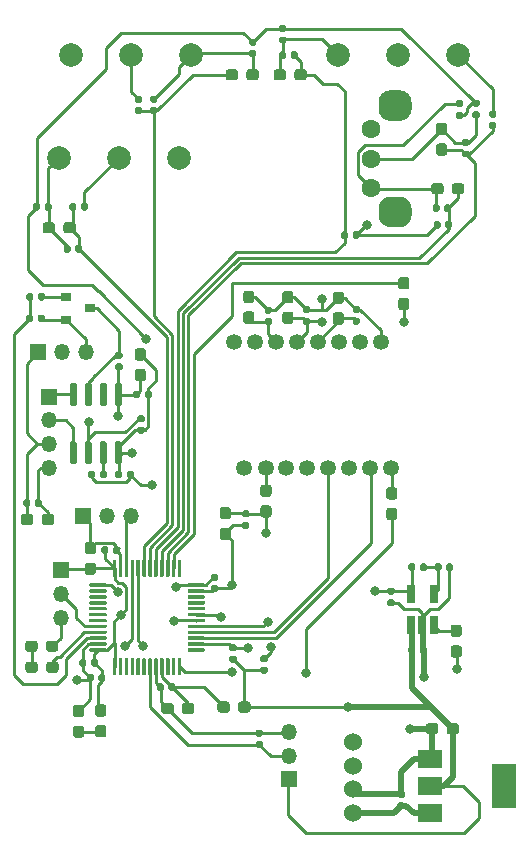
<source format=gbr>
%TF.GenerationSoftware,KiCad,Pcbnew,(5.1.6-0-10_14)*%
%TF.CreationDate,2020-12-05T10:50:09+01:00*%
%TF.ProjectId,Mys,4d79732e-6b69-4636-9164-5f7063625858,rev?*%
%TF.SameCoordinates,PX223cd58PY13c0734*%
%TF.FileFunction,Copper,L1,Top*%
%TF.FilePolarity,Positive*%
%FSLAX46Y46*%
G04 Gerber Fmt 4.6, Leading zero omitted, Abs format (unit mm)*
G04 Created by KiCad (PCBNEW (5.1.6-0-10_14)) date 2020-12-05 10:50:09*
%MOMM*%
%LPD*%
G01*
G04 APERTURE LIST*
%TA.AperFunction,ComponentPad*%
%ADD10R,1.350000X1.350000*%
%TD*%
%TA.AperFunction,ComponentPad*%
%ADD11O,1.350000X1.350000*%
%TD*%
%TA.AperFunction,ComponentPad*%
%ADD12C,1.600000*%
%TD*%
%TA.AperFunction,ComponentPad*%
%ADD13C,1.524000*%
%TD*%
%TA.AperFunction,ComponentPad*%
%ADD14C,2.000000*%
%TD*%
%TA.AperFunction,SMDPad,CuDef*%
%ADD15R,0.900000X0.800000*%
%TD*%
%TA.AperFunction,SMDPad,CuDef*%
%ADD16R,2.000000X1.500000*%
%TD*%
%TA.AperFunction,SMDPad,CuDef*%
%ADD17R,2.000000X3.800000*%
%TD*%
%TA.AperFunction,ComponentPad*%
%ADD18C,1.350000*%
%TD*%
%TA.AperFunction,SMDPad,CuDef*%
%ADD19R,0.650000X1.560000*%
%TD*%
%TA.AperFunction,ViaPad*%
%ADD20C,0.800000*%
%TD*%
%TA.AperFunction,Conductor*%
%ADD21C,0.250000*%
%TD*%
%TA.AperFunction,Conductor*%
%ADD22C,0.500000*%
%TD*%
G04 APERTURE END LIST*
D10*
%TO.P,J3,1*%
%TO.N,Net-(J3-Pad1)*%
X700000Y-31800000D03*
D11*
%TO.P,J3,2*%
%TO.N,Net-(J3-Pad2)*%
X700000Y-33800000D03*
%TO.P,J3,3*%
%TO.N,5V*%
X700000Y-35800000D03*
%TO.P,J3,4*%
%TO.N,GND*%
X700000Y-37800000D03*
%TD*%
%TO.P,J2,3*%
%TO.N,GND*%
X1700000Y-50500000D03*
%TO.P,J2,2*%
%TO.N,Net-(J2-Pad2)*%
X1700000Y-48500000D03*
D10*
%TO.P,J2,1*%
%TO.N,VCC*%
X1700000Y-46500000D03*
%TD*%
D11*
%TO.P,J6,3*%
%TO.N,Net-(J6-Pad3)*%
X7600000Y-41900000D03*
%TO.P,J6,2*%
%TO.N,Net-(J6-Pad2)*%
X5600000Y-41900000D03*
D10*
%TO.P,J6,1*%
%TO.N,GND*%
X3600000Y-41900000D03*
%TD*%
D11*
%TO.P,J5,3*%
%TO.N,GND*%
X3800000Y-28000000D03*
%TO.P,J5,2*%
%TO.N,Net-(J5-Pad2)*%
X1800000Y-28000000D03*
D10*
%TO.P,J5,1*%
%TO.N,5V*%
X-200000Y-28000000D03*
%TD*%
%TO.P,C33,2*%
%TO.N,5V*%
%TA.AperFunction,SMDPad,CuDef*%
G36*
G01*
X-625000Y-41962500D02*
X-625000Y-42437500D01*
G75*
G02*
X-862500Y-42675000I-237500J0D01*
G01*
X-1437500Y-42675000D01*
G75*
G02*
X-1675000Y-42437500I0J237500D01*
G01*
X-1675000Y-41962500D01*
G75*
G02*
X-1437500Y-41725000I237500J0D01*
G01*
X-862500Y-41725000D01*
G75*
G02*
X-625000Y-41962500I0J-237500D01*
G01*
G37*
%TD.AperFunction*%
%TO.P,C33,1*%
%TO.N,GND*%
%TA.AperFunction,SMDPad,CuDef*%
G36*
G01*
X1125000Y-41962500D02*
X1125000Y-42437500D01*
G75*
G02*
X887500Y-42675000I-237500J0D01*
G01*
X312500Y-42675000D01*
G75*
G02*
X75000Y-42437500I0J237500D01*
G01*
X75000Y-41962500D01*
G75*
G02*
X312500Y-41725000I237500J0D01*
G01*
X887500Y-41725000D01*
G75*
G02*
X1125000Y-41962500I0J-237500D01*
G01*
G37*
%TD.AperFunction*%
%TD*%
%TO.P,C32,2*%
%TO.N,5V*%
%TA.AperFunction,SMDPad,CuDef*%
G36*
G01*
X-875000Y-40627500D02*
X-875000Y-40972500D01*
G75*
G02*
X-1022500Y-41120000I-147500J0D01*
G01*
X-1317500Y-41120000D01*
G75*
G02*
X-1465000Y-40972500I0J147500D01*
G01*
X-1465000Y-40627500D01*
G75*
G02*
X-1317500Y-40480000I147500J0D01*
G01*
X-1022500Y-40480000D01*
G75*
G02*
X-875000Y-40627500I0J-147500D01*
G01*
G37*
%TD.AperFunction*%
%TO.P,C32,1*%
%TO.N,GND*%
%TA.AperFunction,SMDPad,CuDef*%
G36*
G01*
X95000Y-40627500D02*
X95000Y-40972500D01*
G75*
G02*
X-52500Y-41120000I-147500J0D01*
G01*
X-347500Y-41120000D01*
G75*
G02*
X-495000Y-40972500I0J147500D01*
G01*
X-495000Y-40627500D01*
G75*
G02*
X-347500Y-40480000I147500J0D01*
G01*
X-52500Y-40480000D01*
G75*
G02*
X95000Y-40627500I0J-147500D01*
G01*
G37*
%TD.AperFunction*%
%TD*%
D12*
%TO.P,SW3,1*%
%TO.N,Net-(D4-Pad2)*%
X27997000Y-14156000D03*
%TO.P,SW3,2*%
%TO.N,Net-(D2-Pad2)*%
X27997000Y-11656000D03*
%TO.P,SW3,3*%
%TO.N,GND*%
X27997000Y-9156000D03*
%TO.P,SW3,*%
%TO.N,*%
%TA.AperFunction,ComponentPad*%
G36*
G01*
X30396000Y-17456000D02*
X29598000Y-17456000D01*
G75*
G02*
X28597000Y-16455000I0J1001000D01*
G01*
X28597000Y-15857000D01*
G75*
G02*
X29598000Y-14856000I1001000J0D01*
G01*
X30396000Y-14856000D01*
G75*
G02*
X31397000Y-15857000I0J-1001000D01*
G01*
X31397000Y-16455000D01*
G75*
G02*
X30396000Y-17456000I-1001000J0D01*
G01*
G37*
%TD.AperFunction*%
%TA.AperFunction,ComponentPad*%
G36*
G01*
X30396000Y-8456000D02*
X29598000Y-8456000D01*
G75*
G02*
X28597000Y-7455000I0J1001000D01*
G01*
X28597000Y-6857000D01*
G75*
G02*
X29598000Y-5856000I1001000J0D01*
G01*
X30396000Y-5856000D01*
G75*
G02*
X31397000Y-6857000I0J-1001000D01*
G01*
X31397000Y-7455000D01*
G75*
G02*
X30396000Y-8456000I-1001000J0D01*
G01*
G37*
%TD.AperFunction*%
%TD*%
%TO.P,U4,8*%
%TO.N,GND*%
%TA.AperFunction,SMDPad,CuDef*%
G36*
G01*
X6415500Y-35587500D02*
X6715500Y-35587500D01*
G75*
G02*
X6865500Y-35737500I0J-150000D01*
G01*
X6865500Y-37387500D01*
G75*
G02*
X6715500Y-37537500I-150000J0D01*
G01*
X6415500Y-37537500D01*
G75*
G02*
X6265500Y-37387500I0J150000D01*
G01*
X6265500Y-35737500D01*
G75*
G02*
X6415500Y-35587500I150000J0D01*
G01*
G37*
%TD.AperFunction*%
%TO.P,U4,7*%
%TO.N,Net-(R23-Pad2)*%
%TA.AperFunction,SMDPad,CuDef*%
G36*
G01*
X5145500Y-35587500D02*
X5445500Y-35587500D01*
G75*
G02*
X5595500Y-35737500I0J-150000D01*
G01*
X5595500Y-37387500D01*
G75*
G02*
X5445500Y-37537500I-150000J0D01*
G01*
X5145500Y-37537500D01*
G75*
G02*
X4995500Y-37387500I0J150000D01*
G01*
X4995500Y-35737500D01*
G75*
G02*
X5145500Y-35587500I150000J0D01*
G01*
G37*
%TD.AperFunction*%
%TO.P,U4,6*%
%TO.N,VCC*%
%TA.AperFunction,SMDPad,CuDef*%
G36*
G01*
X3875500Y-35587500D02*
X4175500Y-35587500D01*
G75*
G02*
X4325500Y-35737500I0J-150000D01*
G01*
X4325500Y-37387500D01*
G75*
G02*
X4175500Y-37537500I-150000J0D01*
G01*
X3875500Y-37537500D01*
G75*
G02*
X3725500Y-37387500I0J150000D01*
G01*
X3725500Y-35737500D01*
G75*
G02*
X3875500Y-35587500I150000J0D01*
G01*
G37*
%TD.AperFunction*%
%TO.P,U4,5*%
%TO.N,Net-(J3-Pad2)*%
%TA.AperFunction,SMDPad,CuDef*%
G36*
G01*
X2605500Y-35587500D02*
X2905500Y-35587500D01*
G75*
G02*
X3055500Y-35737500I0J-150000D01*
G01*
X3055500Y-37387500D01*
G75*
G02*
X2905500Y-37537500I-150000J0D01*
G01*
X2605500Y-37537500D01*
G75*
G02*
X2455500Y-37387500I0J150000D01*
G01*
X2455500Y-35737500D01*
G75*
G02*
X2605500Y-35587500I150000J0D01*
G01*
G37*
%TD.AperFunction*%
%TO.P,U4,4*%
%TO.N,Net-(J3-Pad1)*%
%TA.AperFunction,SMDPad,CuDef*%
G36*
G01*
X2605500Y-30637500D02*
X2905500Y-30637500D01*
G75*
G02*
X3055500Y-30787500I0J-150000D01*
G01*
X3055500Y-32437500D01*
G75*
G02*
X2905500Y-32587500I-150000J0D01*
G01*
X2605500Y-32587500D01*
G75*
G02*
X2455500Y-32437500I0J150000D01*
G01*
X2455500Y-30787500D01*
G75*
G02*
X2605500Y-30637500I150000J0D01*
G01*
G37*
%TD.AperFunction*%
%TO.P,U4,3*%
%TO.N,Net-(Q1-Pad3)*%
%TA.AperFunction,SMDPad,CuDef*%
G36*
G01*
X3875500Y-30637500D02*
X4175500Y-30637500D01*
G75*
G02*
X4325500Y-30787500I0J-150000D01*
G01*
X4325500Y-32437500D01*
G75*
G02*
X4175500Y-32587500I-150000J0D01*
G01*
X3875500Y-32587500D01*
G75*
G02*
X3725500Y-32437500I0J150000D01*
G01*
X3725500Y-30787500D01*
G75*
G02*
X3875500Y-30637500I150000J0D01*
G01*
G37*
%TD.AperFunction*%
%TO.P,U4,2*%
%TO.N,N/C*%
%TA.AperFunction,SMDPad,CuDef*%
G36*
G01*
X5145500Y-30637500D02*
X5445500Y-30637500D01*
G75*
G02*
X5595500Y-30787500I0J-150000D01*
G01*
X5595500Y-32437500D01*
G75*
G02*
X5445500Y-32587500I-150000J0D01*
G01*
X5145500Y-32587500D01*
G75*
G02*
X4995500Y-32437500I0J150000D01*
G01*
X4995500Y-30787500D01*
G75*
G02*
X5145500Y-30637500I150000J0D01*
G01*
G37*
%TD.AperFunction*%
%TO.P,U4,1*%
%TO.N,5V*%
%TA.AperFunction,SMDPad,CuDef*%
G36*
G01*
X6415500Y-30637500D02*
X6715500Y-30637500D01*
G75*
G02*
X6865500Y-30787500I0J-150000D01*
G01*
X6865500Y-32437500D01*
G75*
G02*
X6715500Y-32587500I-150000J0D01*
G01*
X6415500Y-32587500D01*
G75*
G02*
X6265500Y-32437500I0J150000D01*
G01*
X6265500Y-30787500D01*
G75*
G02*
X6415500Y-30637500I150000J0D01*
G01*
G37*
%TD.AperFunction*%
%TD*%
D13*
%TO.P,J1,2*%
%TO.N,GND*%
X26441000Y-65056200D03*
%TO.P,J1,3*%
%TO.N,DP*%
X26441000Y-63056200D03*
%TO.P,J1,4*%
%TO.N,DM*%
X26441000Y-61056200D03*
%TO.P,J1,1*%
%TO.N,5V*%
X26441000Y-67056200D03*
%TD*%
D14*
%TO.P,SW2,3*%
%TO.N,GND*%
X30280000Y-2850000D03*
%TO.P,SW2,2*%
X35360000Y-2850000D03*
%TO.P,SW2,1*%
%TO.N,Net-(D3-Pad2)*%
X25200000Y-2850000D03*
%TD*%
%TO.P,C1,1*%
%TO.N,GND*%
%TA.AperFunction,SMDPad,CuDef*%
G36*
G01*
X8107500Y-6327000D02*
X8452500Y-6327000D01*
G75*
G02*
X8600000Y-6474500I0J-147500D01*
G01*
X8600000Y-6769500D01*
G75*
G02*
X8452500Y-6917000I-147500J0D01*
G01*
X8107500Y-6917000D01*
G75*
G02*
X7960000Y-6769500I0J147500D01*
G01*
X7960000Y-6474500D01*
G75*
G02*
X8107500Y-6327000I147500J0D01*
G01*
G37*
%TD.AperFunction*%
%TO.P,C1,2*%
%TO.N,PA9*%
%TA.AperFunction,SMDPad,CuDef*%
G36*
G01*
X8107500Y-7297000D02*
X8452500Y-7297000D01*
G75*
G02*
X8600000Y-7444500I0J-147500D01*
G01*
X8600000Y-7739500D01*
G75*
G02*
X8452500Y-7887000I-147500J0D01*
G01*
X8107500Y-7887000D01*
G75*
G02*
X7960000Y-7739500I0J147500D01*
G01*
X7960000Y-7444500D01*
G75*
G02*
X8107500Y-7297000I147500J0D01*
G01*
G37*
%TD.AperFunction*%
%TD*%
%TO.P,C2,2*%
%TO.N,VCC1.9*%
%TA.AperFunction,SMDPad,CuDef*%
G36*
G01*
X20679000Y-24593000D02*
X21154000Y-24593000D01*
G75*
G02*
X21391500Y-24830500I0J-237500D01*
G01*
X21391500Y-25405500D01*
G75*
G02*
X21154000Y-25643000I-237500J0D01*
G01*
X20679000Y-25643000D01*
G75*
G02*
X20441500Y-25405500I0J237500D01*
G01*
X20441500Y-24830500D01*
G75*
G02*
X20679000Y-24593000I237500J0D01*
G01*
G37*
%TD.AperFunction*%
%TO.P,C2,1*%
%TO.N,GND*%
%TA.AperFunction,SMDPad,CuDef*%
G36*
G01*
X20679000Y-22843000D02*
X21154000Y-22843000D01*
G75*
G02*
X21391500Y-23080500I0J-237500D01*
G01*
X21391500Y-23655500D01*
G75*
G02*
X21154000Y-23893000I-237500J0D01*
G01*
X20679000Y-23893000D01*
G75*
G02*
X20441500Y-23655500I0J237500D01*
G01*
X20441500Y-23080500D01*
G75*
G02*
X20679000Y-22843000I237500J0D01*
G01*
G37*
%TD.AperFunction*%
%TD*%
%TO.P,C3,1*%
%TO.N,GND*%
%TA.AperFunction,SMDPad,CuDef*%
G36*
G01*
X26547900Y-24134800D02*
X26892900Y-24134800D01*
G75*
G02*
X27040400Y-24282300I0J-147500D01*
G01*
X27040400Y-24577300D01*
G75*
G02*
X26892900Y-24724800I-147500J0D01*
G01*
X26547900Y-24724800D01*
G75*
G02*
X26400400Y-24577300I0J147500D01*
G01*
X26400400Y-24282300D01*
G75*
G02*
X26547900Y-24134800I147500J0D01*
G01*
G37*
%TD.AperFunction*%
%TO.P,C3,2*%
%TO.N,VCC*%
%TA.AperFunction,SMDPad,CuDef*%
G36*
G01*
X26547900Y-25104800D02*
X26892900Y-25104800D01*
G75*
G02*
X27040400Y-25252300I0J-147500D01*
G01*
X27040400Y-25547300D01*
G75*
G02*
X26892900Y-25694800I-147500J0D01*
G01*
X26547900Y-25694800D01*
G75*
G02*
X26400400Y-25547300I0J147500D01*
G01*
X26400400Y-25252300D01*
G75*
G02*
X26547900Y-25104800I147500J0D01*
G01*
G37*
%TD.AperFunction*%
%TD*%
%TO.P,C4,2*%
%TO.N,5V*%
%TA.AperFunction,SMDPad,CuDef*%
G36*
G01*
X30332500Y-66151200D02*
X30677500Y-66151200D01*
G75*
G02*
X30825000Y-66298700I0J-147500D01*
G01*
X30825000Y-66593700D01*
G75*
G02*
X30677500Y-66741200I-147500J0D01*
G01*
X30332500Y-66741200D01*
G75*
G02*
X30185000Y-66593700I0J147500D01*
G01*
X30185000Y-66298700D01*
G75*
G02*
X30332500Y-66151200I147500J0D01*
G01*
G37*
%TD.AperFunction*%
%TO.P,C4,1*%
%TO.N,GND*%
%TA.AperFunction,SMDPad,CuDef*%
G36*
G01*
X30332500Y-65181200D02*
X30677500Y-65181200D01*
G75*
G02*
X30825000Y-65328700I0J-147500D01*
G01*
X30825000Y-65623700D01*
G75*
G02*
X30677500Y-65771200I-147500J0D01*
G01*
X30332500Y-65771200D01*
G75*
G02*
X30185000Y-65623700I0J147500D01*
G01*
X30185000Y-65328700D01*
G75*
G02*
X30332500Y-65181200I147500J0D01*
G01*
G37*
%TD.AperFunction*%
%TD*%
%TO.P,C5,1*%
%TO.N,GND*%
%TA.AperFunction,SMDPad,CuDef*%
G36*
G01*
X22331500Y-24147500D02*
X22676500Y-24147500D01*
G75*
G02*
X22824000Y-24295000I0J-147500D01*
G01*
X22824000Y-24590000D01*
G75*
G02*
X22676500Y-24737500I-147500J0D01*
G01*
X22331500Y-24737500D01*
G75*
G02*
X22184000Y-24590000I0J147500D01*
G01*
X22184000Y-24295000D01*
G75*
G02*
X22331500Y-24147500I147500J0D01*
G01*
G37*
%TD.AperFunction*%
%TO.P,C5,2*%
%TO.N,VCC1.9*%
%TA.AperFunction,SMDPad,CuDef*%
G36*
G01*
X22331500Y-25117500D02*
X22676500Y-25117500D01*
G75*
G02*
X22824000Y-25265000I0J-147500D01*
G01*
X22824000Y-25560000D01*
G75*
G02*
X22676500Y-25707500I-147500J0D01*
G01*
X22331500Y-25707500D01*
G75*
G02*
X22184000Y-25560000I0J147500D01*
G01*
X22184000Y-25265000D01*
G75*
G02*
X22331500Y-25117500I147500J0D01*
G01*
G37*
%TD.AperFunction*%
%TD*%
%TO.P,C6,1*%
%TO.N,GND*%
%TA.AperFunction,SMDPad,CuDef*%
G36*
G01*
X24958900Y-22905200D02*
X25433900Y-22905200D01*
G75*
G02*
X25671400Y-23142700I0J-237500D01*
G01*
X25671400Y-23717700D01*
G75*
G02*
X25433900Y-23955200I-237500J0D01*
G01*
X24958900Y-23955200D01*
G75*
G02*
X24721400Y-23717700I0J237500D01*
G01*
X24721400Y-23142700D01*
G75*
G02*
X24958900Y-22905200I237500J0D01*
G01*
G37*
%TD.AperFunction*%
%TO.P,C6,2*%
%TO.N,VCC*%
%TA.AperFunction,SMDPad,CuDef*%
G36*
G01*
X24958900Y-24655200D02*
X25433900Y-24655200D01*
G75*
G02*
X25671400Y-24892700I0J-237500D01*
G01*
X25671400Y-25467700D01*
G75*
G02*
X25433900Y-25705200I-237500J0D01*
G01*
X24958900Y-25705200D01*
G75*
G02*
X24721400Y-25467700I0J237500D01*
G01*
X24721400Y-24892700D01*
G75*
G02*
X24958900Y-24655200I237500J0D01*
G01*
G37*
%TD.AperFunction*%
%TD*%
%TO.P,C7,2*%
%TO.N,PB14*%
%TA.AperFunction,SMDPad,CuDef*%
G36*
G01*
X38079500Y-8544000D02*
X38424500Y-8544000D01*
G75*
G02*
X38572000Y-8691500I0J-147500D01*
G01*
X38572000Y-8986500D01*
G75*
G02*
X38424500Y-9134000I-147500J0D01*
G01*
X38079500Y-9134000D01*
G75*
G02*
X37932000Y-8986500I0J147500D01*
G01*
X37932000Y-8691500D01*
G75*
G02*
X38079500Y-8544000I147500J0D01*
G01*
G37*
%TD.AperFunction*%
%TO.P,C7,1*%
%TO.N,GND*%
%TA.AperFunction,SMDPad,CuDef*%
G36*
G01*
X38079500Y-7574000D02*
X38424500Y-7574000D01*
G75*
G02*
X38572000Y-7721500I0J-147500D01*
G01*
X38572000Y-8016500D01*
G75*
G02*
X38424500Y-8164000I-147500J0D01*
G01*
X38079500Y-8164000D01*
G75*
G02*
X37932000Y-8016500I0J147500D01*
G01*
X37932000Y-7721500D01*
G75*
G02*
X38079500Y-7574000I147500J0D01*
G01*
G37*
%TD.AperFunction*%
%TD*%
%TO.P,C8,1*%
%TO.N,GND*%
%TA.AperFunction,SMDPad,CuDef*%
G36*
G01*
X32607660Y-60145880D02*
X32607660Y-59670880D01*
G75*
G02*
X32845160Y-59433380I237500J0D01*
G01*
X33420160Y-59433380D01*
G75*
G02*
X33657660Y-59670880I0J-237500D01*
G01*
X33657660Y-60145880D01*
G75*
G02*
X33420160Y-60383380I-237500J0D01*
G01*
X32845160Y-60383380D01*
G75*
G02*
X32607660Y-60145880I0J237500D01*
G01*
G37*
%TD.AperFunction*%
%TO.P,C8,2*%
%TO.N,VCC*%
%TA.AperFunction,SMDPad,CuDef*%
G36*
G01*
X34357660Y-60145880D02*
X34357660Y-59670880D01*
G75*
G02*
X34595160Y-59433380I237500J0D01*
G01*
X35170160Y-59433380D01*
G75*
G02*
X35407660Y-59670880I0J-237500D01*
G01*
X35407660Y-60145880D01*
G75*
G02*
X35170160Y-60383380I-237500J0D01*
G01*
X34595160Y-60383380D01*
G75*
G02*
X34357660Y-60145880I0J237500D01*
G01*
G37*
%TD.AperFunction*%
%TD*%
%TO.P,C9,2*%
%TO.N,Net-(C10-Pad2)*%
%TA.AperFunction,SMDPad,CuDef*%
G36*
G01*
X17377000Y-24579000D02*
X17852000Y-24579000D01*
G75*
G02*
X18089500Y-24816500I0J-237500D01*
G01*
X18089500Y-25391500D01*
G75*
G02*
X17852000Y-25629000I-237500J0D01*
G01*
X17377000Y-25629000D01*
G75*
G02*
X17139500Y-25391500I0J237500D01*
G01*
X17139500Y-24816500D01*
G75*
G02*
X17377000Y-24579000I237500J0D01*
G01*
G37*
%TD.AperFunction*%
%TO.P,C9,1*%
%TO.N,GND*%
%TA.AperFunction,SMDPad,CuDef*%
G36*
G01*
X17377000Y-22829000D02*
X17852000Y-22829000D01*
G75*
G02*
X18089500Y-23066500I0J-237500D01*
G01*
X18089500Y-23641500D01*
G75*
G02*
X17852000Y-23879000I-237500J0D01*
G01*
X17377000Y-23879000D01*
G75*
G02*
X17139500Y-23641500I0J237500D01*
G01*
X17139500Y-23066500D01*
G75*
G02*
X17377000Y-22829000I237500J0D01*
G01*
G37*
%TD.AperFunction*%
%TD*%
%TO.P,C10,1*%
%TO.N,GND*%
%TA.AperFunction,SMDPad,CuDef*%
G36*
G01*
X19093000Y-24170500D02*
X19438000Y-24170500D01*
G75*
G02*
X19585500Y-24318000I0J-147500D01*
G01*
X19585500Y-24613000D01*
G75*
G02*
X19438000Y-24760500I-147500J0D01*
G01*
X19093000Y-24760500D01*
G75*
G02*
X18945500Y-24613000I0J147500D01*
G01*
X18945500Y-24318000D01*
G75*
G02*
X19093000Y-24170500I147500J0D01*
G01*
G37*
%TD.AperFunction*%
%TO.P,C10,2*%
%TO.N,Net-(C10-Pad2)*%
%TA.AperFunction,SMDPad,CuDef*%
G36*
G01*
X19093000Y-25140500D02*
X19438000Y-25140500D01*
G75*
G02*
X19585500Y-25288000I0J-147500D01*
G01*
X19585500Y-25583000D01*
G75*
G02*
X19438000Y-25730500I-147500J0D01*
G01*
X19093000Y-25730500D01*
G75*
G02*
X18945500Y-25583000I0J147500D01*
G01*
X18945500Y-25288000D01*
G75*
G02*
X19093000Y-25140500I147500J0D01*
G01*
G37*
%TD.AperFunction*%
%TD*%
%TO.P,C11,2*%
%TO.N,PA8*%
%TA.AperFunction,SMDPad,CuDef*%
G36*
G01*
X26020000Y-17960500D02*
X26020000Y-18305500D01*
G75*
G02*
X25872500Y-18453000I-147500J0D01*
G01*
X25577500Y-18453000D01*
G75*
G02*
X25430000Y-18305500I0J147500D01*
G01*
X25430000Y-17960500D01*
G75*
G02*
X25577500Y-17813000I147500J0D01*
G01*
X25872500Y-17813000D01*
G75*
G02*
X26020000Y-17960500I0J-147500D01*
G01*
G37*
%TD.AperFunction*%
%TO.P,C11,1*%
%TO.N,GND*%
%TA.AperFunction,SMDPad,CuDef*%
G36*
G01*
X26990000Y-17960500D02*
X26990000Y-18305500D01*
G75*
G02*
X26842500Y-18453000I-147500J0D01*
G01*
X26547500Y-18453000D01*
G75*
G02*
X26400000Y-18305500I0J147500D01*
G01*
X26400000Y-17960500D01*
G75*
G02*
X26547500Y-17813000I147500J0D01*
G01*
X26842500Y-17813000D01*
G75*
G02*
X26990000Y-17960500I0J-147500D01*
G01*
G37*
%TD.AperFunction*%
%TD*%
%TO.P,C12,1*%
%TO.N,GND*%
%TA.AperFunction,SMDPad,CuDef*%
G36*
G01*
X32676780Y-53070920D02*
X32676780Y-53415920D01*
G75*
G02*
X32529280Y-53563420I-147500J0D01*
G01*
X32234280Y-53563420D01*
G75*
G02*
X32086780Y-53415920I0J147500D01*
G01*
X32086780Y-53070920D01*
G75*
G02*
X32234280Y-52923420I147500J0D01*
G01*
X32529280Y-52923420D01*
G75*
G02*
X32676780Y-53070920I0J-147500D01*
G01*
G37*
%TD.AperFunction*%
%TO.P,C12,2*%
%TO.N,VCC*%
%TA.AperFunction,SMDPad,CuDef*%
G36*
G01*
X31706780Y-53070920D02*
X31706780Y-53415920D01*
G75*
G02*
X31559280Y-53563420I-147500J0D01*
G01*
X31264280Y-53563420D01*
G75*
G02*
X31116780Y-53415920I0J147500D01*
G01*
X31116780Y-53070920D01*
G75*
G02*
X31264280Y-52923420I147500J0D01*
G01*
X31559280Y-52923420D01*
G75*
G02*
X31706780Y-53070920I0J-147500D01*
G01*
G37*
%TD.AperFunction*%
%TD*%
%TO.P,C13,2*%
%TO.N,PB15*%
%TA.AperFunction,SMDPad,CuDef*%
G36*
G01*
X34228000Y-17416500D02*
X34228000Y-17071500D01*
G75*
G02*
X34375500Y-16924000I147500J0D01*
G01*
X34670500Y-16924000D01*
G75*
G02*
X34818000Y-17071500I0J-147500D01*
G01*
X34818000Y-17416500D01*
G75*
G02*
X34670500Y-17564000I-147500J0D01*
G01*
X34375500Y-17564000D01*
G75*
G02*
X34228000Y-17416500I0J147500D01*
G01*
G37*
%TD.AperFunction*%
%TO.P,C13,1*%
%TO.N,GND*%
%TA.AperFunction,SMDPad,CuDef*%
G36*
G01*
X33258000Y-17416500D02*
X33258000Y-17071500D01*
G75*
G02*
X33405500Y-16924000I147500J0D01*
G01*
X33700500Y-16924000D01*
G75*
G02*
X33848000Y-17071500I0J-147500D01*
G01*
X33848000Y-17416500D01*
G75*
G02*
X33700500Y-17564000I-147500J0D01*
G01*
X33405500Y-17564000D01*
G75*
G02*
X33258000Y-17416500I0J147500D01*
G01*
G37*
%TD.AperFunction*%
%TD*%
%TO.P,C14,2*%
%TO.N,VCC1.9*%
%TA.AperFunction,SMDPad,CuDef*%
G36*
G01*
X17520300Y-42024600D02*
X17175300Y-42024600D01*
G75*
G02*
X17027800Y-41877100I0J147500D01*
G01*
X17027800Y-41582100D01*
G75*
G02*
X17175300Y-41434600I147500J0D01*
G01*
X17520300Y-41434600D01*
G75*
G02*
X17667800Y-41582100I0J-147500D01*
G01*
X17667800Y-41877100D01*
G75*
G02*
X17520300Y-42024600I-147500J0D01*
G01*
G37*
%TD.AperFunction*%
%TO.P,C14,1*%
%TO.N,GND*%
%TA.AperFunction,SMDPad,CuDef*%
G36*
G01*
X17520300Y-42994600D02*
X17175300Y-42994600D01*
G75*
G02*
X17027800Y-42847100I0J147500D01*
G01*
X17027800Y-42552100D01*
G75*
G02*
X17175300Y-42404600I147500J0D01*
G01*
X17520300Y-42404600D01*
G75*
G02*
X17667800Y-42552100I0J-147500D01*
G01*
X17667800Y-42847100D01*
G75*
G02*
X17520300Y-42994600I-147500J0D01*
G01*
G37*
%TD.AperFunction*%
%TD*%
%TO.P,C15,2*%
%TO.N,VCC1.9*%
%TA.AperFunction,SMDPad,CuDef*%
G36*
G01*
X29824060Y-48570460D02*
X29479060Y-48570460D01*
G75*
G02*
X29331560Y-48422960I0J147500D01*
G01*
X29331560Y-48127960D01*
G75*
G02*
X29479060Y-47980460I147500J0D01*
G01*
X29824060Y-47980460D01*
G75*
G02*
X29971560Y-48127960I0J-147500D01*
G01*
X29971560Y-48422960D01*
G75*
G02*
X29824060Y-48570460I-147500J0D01*
G01*
G37*
%TD.AperFunction*%
%TO.P,C15,1*%
%TO.N,GND*%
%TA.AperFunction,SMDPad,CuDef*%
G36*
G01*
X29824060Y-49540460D02*
X29479060Y-49540460D01*
G75*
G02*
X29331560Y-49392960I0J147500D01*
G01*
X29331560Y-49097960D01*
G75*
G02*
X29479060Y-48950460I147500J0D01*
G01*
X29824060Y-48950460D01*
G75*
G02*
X29971560Y-49097960I0J-147500D01*
G01*
X29971560Y-49392960D01*
G75*
G02*
X29824060Y-49540460I-147500J0D01*
G01*
G37*
%TD.AperFunction*%
%TD*%
%TO.P,C16,1*%
%TO.N,GND*%
%TA.AperFunction,SMDPad,CuDef*%
G36*
G01*
X15870800Y-43941100D02*
X15395800Y-43941100D01*
G75*
G02*
X15158300Y-43703600I0J237500D01*
G01*
X15158300Y-43128600D01*
G75*
G02*
X15395800Y-42891100I237500J0D01*
G01*
X15870800Y-42891100D01*
G75*
G02*
X16108300Y-43128600I0J-237500D01*
G01*
X16108300Y-43703600D01*
G75*
G02*
X15870800Y-43941100I-237500J0D01*
G01*
G37*
%TD.AperFunction*%
%TO.P,C16,2*%
%TO.N,VCC1.9*%
%TA.AperFunction,SMDPad,CuDef*%
G36*
G01*
X15870800Y-42191100D02*
X15395800Y-42191100D01*
G75*
G02*
X15158300Y-41953600I0J237500D01*
G01*
X15158300Y-41378600D01*
G75*
G02*
X15395800Y-41141100I237500J0D01*
G01*
X15870800Y-41141100D01*
G75*
G02*
X16108300Y-41378600I0J-237500D01*
G01*
X16108300Y-41953600D01*
G75*
G02*
X15870800Y-42191100I-237500J0D01*
G01*
G37*
%TD.AperFunction*%
%TD*%
%TO.P,C17,1*%
%TO.N,GND*%
%TA.AperFunction,SMDPad,CuDef*%
G36*
G01*
X3980000Y-15547500D02*
X3980000Y-15892500D01*
G75*
G02*
X3832500Y-16040000I-147500J0D01*
G01*
X3537500Y-16040000D01*
G75*
G02*
X3390000Y-15892500I0J147500D01*
G01*
X3390000Y-15547500D01*
G75*
G02*
X3537500Y-15400000I147500J0D01*
G01*
X3832500Y-15400000D01*
G75*
G02*
X3980000Y-15547500I0J-147500D01*
G01*
G37*
%TD.AperFunction*%
%TO.P,C17,2*%
%TO.N,PA10*%
%TA.AperFunction,SMDPad,CuDef*%
G36*
G01*
X3010000Y-15547500D02*
X3010000Y-15892500D01*
G75*
G02*
X2862500Y-16040000I-147500J0D01*
G01*
X2567500Y-16040000D01*
G75*
G02*
X2420000Y-15892500I0J147500D01*
G01*
X2420000Y-15547500D01*
G75*
G02*
X2567500Y-15400000I147500J0D01*
G01*
X2862500Y-15400000D01*
G75*
G02*
X3010000Y-15547500I0J-147500D01*
G01*
G37*
%TD.AperFunction*%
%TD*%
%TO.P,C18,1*%
%TO.N,GND*%
%TA.AperFunction,SMDPad,CuDef*%
G36*
G01*
X8194900Y-27696600D02*
X8669900Y-27696600D01*
G75*
G02*
X8907400Y-27934100I0J-237500D01*
G01*
X8907400Y-28509100D01*
G75*
G02*
X8669900Y-28746600I-237500J0D01*
G01*
X8194900Y-28746600D01*
G75*
G02*
X7957400Y-28509100I0J237500D01*
G01*
X7957400Y-27934100D01*
G75*
G02*
X8194900Y-27696600I237500J0D01*
G01*
G37*
%TD.AperFunction*%
%TO.P,C18,2*%
%TO.N,5V*%
%TA.AperFunction,SMDPad,CuDef*%
G36*
G01*
X8194900Y-29446600D02*
X8669900Y-29446600D01*
G75*
G02*
X8907400Y-29684100I0J-237500D01*
G01*
X8907400Y-30259100D01*
G75*
G02*
X8669900Y-30496600I-237500J0D01*
G01*
X8194900Y-30496600D01*
G75*
G02*
X7957400Y-30259100I0J237500D01*
G01*
X7957400Y-29684100D01*
G75*
G02*
X8194900Y-29446600I237500J0D01*
G01*
G37*
%TD.AperFunction*%
%TD*%
%TO.P,C19,1*%
%TO.N,GND*%
%TA.AperFunction,SMDPad,CuDef*%
G36*
G01*
X9400500Y-31440000D02*
X9400500Y-31785000D01*
G75*
G02*
X9253000Y-31932500I-147500J0D01*
G01*
X8958000Y-31932500D01*
G75*
G02*
X8810500Y-31785000I0J147500D01*
G01*
X8810500Y-31440000D01*
G75*
G02*
X8958000Y-31292500I147500J0D01*
G01*
X9253000Y-31292500D01*
G75*
G02*
X9400500Y-31440000I0J-147500D01*
G01*
G37*
%TD.AperFunction*%
%TO.P,C19,2*%
%TO.N,5V*%
%TA.AperFunction,SMDPad,CuDef*%
G36*
G01*
X8430500Y-31440000D02*
X8430500Y-31785000D01*
G75*
G02*
X8283000Y-31932500I-147500J0D01*
G01*
X7988000Y-31932500D01*
G75*
G02*
X7840500Y-31785000I0J147500D01*
G01*
X7840500Y-31440000D01*
G75*
G02*
X7988000Y-31292500I147500J0D01*
G01*
X8283000Y-31292500D01*
G75*
G02*
X8430500Y-31440000I0J-147500D01*
G01*
G37*
%TD.AperFunction*%
%TD*%
%TO.P,C22,1*%
%TO.N,GND*%
%TA.AperFunction,SMDPad,CuDef*%
G36*
G01*
X6305000Y-38570000D02*
X6305000Y-38225000D01*
G75*
G02*
X6452500Y-38077500I147500J0D01*
G01*
X6747500Y-38077500D01*
G75*
G02*
X6895000Y-38225000I0J-147500D01*
G01*
X6895000Y-38570000D01*
G75*
G02*
X6747500Y-38717500I-147500J0D01*
G01*
X6452500Y-38717500D01*
G75*
G02*
X6305000Y-38570000I0J147500D01*
G01*
G37*
%TD.AperFunction*%
%TO.P,C22,2*%
%TO.N,ADC_IN8*%
%TA.AperFunction,SMDPad,CuDef*%
G36*
G01*
X7275000Y-38570000D02*
X7275000Y-38225000D01*
G75*
G02*
X7422500Y-38077500I147500J0D01*
G01*
X7717500Y-38077500D01*
G75*
G02*
X7865000Y-38225000I0J-147500D01*
G01*
X7865000Y-38570000D01*
G75*
G02*
X7717500Y-38717500I-147500J0D01*
G01*
X7422500Y-38717500D01*
G75*
G02*
X7275000Y-38570000I0J147500D01*
G01*
G37*
%TD.AperFunction*%
%TD*%
%TO.P,C23,2*%
%TO.N,GND*%
%TA.AperFunction,SMDPad,CuDef*%
G36*
G01*
X8298000Y-34342500D02*
X8643000Y-34342500D01*
G75*
G02*
X8790500Y-34490000I0J-147500D01*
G01*
X8790500Y-34785000D01*
G75*
G02*
X8643000Y-34932500I-147500J0D01*
G01*
X8298000Y-34932500D01*
G75*
G02*
X8150500Y-34785000I0J147500D01*
G01*
X8150500Y-34490000D01*
G75*
G02*
X8298000Y-34342500I147500J0D01*
G01*
G37*
%TD.AperFunction*%
%TO.P,C23,1*%
%TO.N,VCC*%
%TA.AperFunction,SMDPad,CuDef*%
G36*
G01*
X8298000Y-33372500D02*
X8643000Y-33372500D01*
G75*
G02*
X8790500Y-33520000I0J-147500D01*
G01*
X8790500Y-33815000D01*
G75*
G02*
X8643000Y-33962500I-147500J0D01*
G01*
X8298000Y-33962500D01*
G75*
G02*
X8150500Y-33815000I0J147500D01*
G01*
X8150500Y-33520000D01*
G75*
G02*
X8298000Y-33372500I147500J0D01*
G01*
G37*
%TD.AperFunction*%
%TD*%
%TO.P,C24,1*%
%TO.N,Net-(C24-Pad1)*%
%TA.AperFunction,SMDPad,CuDef*%
G36*
G01*
X18676000Y-61544500D02*
X18331000Y-61544500D01*
G75*
G02*
X18183500Y-61397000I0J147500D01*
G01*
X18183500Y-61102000D01*
G75*
G02*
X18331000Y-60954500I147500J0D01*
G01*
X18676000Y-60954500D01*
G75*
G02*
X18823500Y-61102000I0J-147500D01*
G01*
X18823500Y-61397000D01*
G75*
G02*
X18676000Y-61544500I-147500J0D01*
G01*
G37*
%TD.AperFunction*%
%TO.P,C24,2*%
%TO.N,GND*%
%TA.AperFunction,SMDPad,CuDef*%
G36*
G01*
X18676000Y-60574500D02*
X18331000Y-60574500D01*
G75*
G02*
X18183500Y-60427000I0J147500D01*
G01*
X18183500Y-60132000D01*
G75*
G02*
X18331000Y-59984500I147500J0D01*
G01*
X18676000Y-59984500D01*
G75*
G02*
X18823500Y-60132000I0J-147500D01*
G01*
X18823500Y-60427000D01*
G75*
G02*
X18676000Y-60574500I-147500J0D01*
G01*
G37*
%TD.AperFunction*%
%TD*%
%TO.P,C25,2*%
%TO.N,GND*%
%TA.AperFunction,SMDPad,CuDef*%
G36*
G01*
X4437500Y-45150000D02*
X3962500Y-45150000D01*
G75*
G02*
X3725000Y-44912500I0J237500D01*
G01*
X3725000Y-44337500D01*
G75*
G02*
X3962500Y-44100000I237500J0D01*
G01*
X4437500Y-44100000D01*
G75*
G02*
X4675000Y-44337500I0J-237500D01*
G01*
X4675000Y-44912500D01*
G75*
G02*
X4437500Y-45150000I-237500J0D01*
G01*
G37*
%TD.AperFunction*%
%TO.P,C25,1*%
%TO.N,VCC*%
%TA.AperFunction,SMDPad,CuDef*%
G36*
G01*
X4437500Y-46900000D02*
X3962500Y-46900000D01*
G75*
G02*
X3725000Y-46662500I0J237500D01*
G01*
X3725000Y-46087500D01*
G75*
G02*
X3962500Y-45850000I237500J0D01*
G01*
X4437500Y-45850000D01*
G75*
G02*
X4675000Y-46087500I0J-237500D01*
G01*
X4675000Y-46662500D01*
G75*
G02*
X4437500Y-46900000I-237500J0D01*
G01*
G37*
%TD.AperFunction*%
%TD*%
%TO.P,C26,1*%
%TO.N,VCC*%
%TA.AperFunction,SMDPad,CuDef*%
G36*
G01*
X4828500Y-54155500D02*
X4828500Y-54500500D01*
G75*
G02*
X4681000Y-54648000I-147500J0D01*
G01*
X4386000Y-54648000D01*
G75*
G02*
X4238500Y-54500500I0J147500D01*
G01*
X4238500Y-54155500D01*
G75*
G02*
X4386000Y-54008000I147500J0D01*
G01*
X4681000Y-54008000D01*
G75*
G02*
X4828500Y-54155500I0J-147500D01*
G01*
G37*
%TD.AperFunction*%
%TO.P,C26,2*%
%TO.N,GND*%
%TA.AperFunction,SMDPad,CuDef*%
G36*
G01*
X3858500Y-54155500D02*
X3858500Y-54500500D01*
G75*
G02*
X3711000Y-54648000I-147500J0D01*
G01*
X3416000Y-54648000D01*
G75*
G02*
X3268500Y-54500500I0J147500D01*
G01*
X3268500Y-54155500D01*
G75*
G02*
X3416000Y-54008000I147500J0D01*
G01*
X3711000Y-54008000D01*
G75*
G02*
X3858500Y-54155500I0J-147500D01*
G01*
G37*
%TD.AperFunction*%
%TD*%
%TO.P,C27,2*%
%TO.N,GND*%
%TA.AperFunction,SMDPad,CuDef*%
G36*
G01*
X6105000Y-44972500D02*
X6105000Y-44627500D01*
G75*
G02*
X6252500Y-44480000I147500J0D01*
G01*
X6547500Y-44480000D01*
G75*
G02*
X6695000Y-44627500I0J-147500D01*
G01*
X6695000Y-44972500D01*
G75*
G02*
X6547500Y-45120000I-147500J0D01*
G01*
X6252500Y-45120000D01*
G75*
G02*
X6105000Y-44972500I0J147500D01*
G01*
G37*
%TD.AperFunction*%
%TO.P,C27,1*%
%TO.N,VCC*%
%TA.AperFunction,SMDPad,CuDef*%
G36*
G01*
X5135000Y-44972500D02*
X5135000Y-44627500D01*
G75*
G02*
X5282500Y-44480000I147500J0D01*
G01*
X5577500Y-44480000D01*
G75*
G02*
X5725000Y-44627500I0J-147500D01*
G01*
X5725000Y-44972500D01*
G75*
G02*
X5577500Y-45120000I-147500J0D01*
G01*
X5282500Y-45120000D01*
G75*
G02*
X5135000Y-44972500I0J147500D01*
G01*
G37*
%TD.AperFunction*%
%TD*%
%TO.P,C28,1*%
%TO.N,VCC*%
%TA.AperFunction,SMDPad,CuDef*%
G36*
G01*
X5463500Y-55425500D02*
X5463500Y-55770500D01*
G75*
G02*
X5316000Y-55918000I-147500J0D01*
G01*
X5021000Y-55918000D01*
G75*
G02*
X4873500Y-55770500I0J147500D01*
G01*
X4873500Y-55425500D01*
G75*
G02*
X5021000Y-55278000I147500J0D01*
G01*
X5316000Y-55278000D01*
G75*
G02*
X5463500Y-55425500I0J-147500D01*
G01*
G37*
%TD.AperFunction*%
%TO.P,C28,2*%
%TO.N,GND*%
%TA.AperFunction,SMDPad,CuDef*%
G36*
G01*
X4493500Y-55425500D02*
X4493500Y-55770500D01*
G75*
G02*
X4346000Y-55918000I-147500J0D01*
G01*
X4051000Y-55918000D01*
G75*
G02*
X3903500Y-55770500I0J147500D01*
G01*
X3903500Y-55425500D01*
G75*
G02*
X4051000Y-55278000I147500J0D01*
G01*
X4346000Y-55278000D01*
G75*
G02*
X4493500Y-55425500I0J-147500D01*
G01*
G37*
%TD.AperFunction*%
%TD*%
%TO.P,C29,2*%
%TO.N,GND*%
%TA.AperFunction,SMDPad,CuDef*%
G36*
G01*
X10425000Y-56227500D02*
X10425000Y-56572500D01*
G75*
G02*
X10277500Y-56720000I-147500J0D01*
G01*
X9982500Y-56720000D01*
G75*
G02*
X9835000Y-56572500I0J147500D01*
G01*
X9835000Y-56227500D01*
G75*
G02*
X9982500Y-56080000I147500J0D01*
G01*
X10277500Y-56080000D01*
G75*
G02*
X10425000Y-56227500I0J-147500D01*
G01*
G37*
%TD.AperFunction*%
%TO.P,C29,1*%
%TO.N,Net-(C29-Pad1)*%
%TA.AperFunction,SMDPad,CuDef*%
G36*
G01*
X11395000Y-56227500D02*
X11395000Y-56572500D01*
G75*
G02*
X11247500Y-56720000I-147500J0D01*
G01*
X10952500Y-56720000D01*
G75*
G02*
X10805000Y-56572500I0J147500D01*
G01*
X10805000Y-56227500D01*
G75*
G02*
X10952500Y-56080000I147500J0D01*
G01*
X11247500Y-56080000D01*
G75*
G02*
X11395000Y-56227500I0J-147500D01*
G01*
G37*
%TD.AperFunction*%
%TD*%
%TO.P,C30,2*%
%TO.N,GND*%
%TA.AperFunction,SMDPad,CuDef*%
G36*
G01*
X14527500Y-47775000D02*
X14872500Y-47775000D01*
G75*
G02*
X15020000Y-47922500I0J-147500D01*
G01*
X15020000Y-48217500D01*
G75*
G02*
X14872500Y-48365000I-147500J0D01*
G01*
X14527500Y-48365000D01*
G75*
G02*
X14380000Y-48217500I0J147500D01*
G01*
X14380000Y-47922500D01*
G75*
G02*
X14527500Y-47775000I147500J0D01*
G01*
G37*
%TD.AperFunction*%
%TO.P,C30,1*%
%TO.N,VCC*%
%TA.AperFunction,SMDPad,CuDef*%
G36*
G01*
X14527500Y-46805000D02*
X14872500Y-46805000D01*
G75*
G02*
X15020000Y-46952500I0J-147500D01*
G01*
X15020000Y-47247500D01*
G75*
G02*
X14872500Y-47395000I-147500J0D01*
G01*
X14527500Y-47395000D01*
G75*
G02*
X14380000Y-47247500I0J147500D01*
G01*
X14380000Y-46952500D01*
G75*
G02*
X14527500Y-46805000I147500J0D01*
G01*
G37*
%TD.AperFunction*%
%TD*%
%TO.P,C31,2*%
%TO.N,GND*%
%TA.AperFunction,SMDPad,CuDef*%
G36*
G01*
X11251080Y-57961460D02*
X11251080Y-58436460D01*
G75*
G02*
X11013580Y-58673960I-237500J0D01*
G01*
X10438580Y-58673960D01*
G75*
G02*
X10201080Y-58436460I0J237500D01*
G01*
X10201080Y-57961460D01*
G75*
G02*
X10438580Y-57723960I237500J0D01*
G01*
X11013580Y-57723960D01*
G75*
G02*
X11251080Y-57961460I0J-237500D01*
G01*
G37*
%TD.AperFunction*%
%TO.P,C31,1*%
%TO.N,Net-(C29-Pad1)*%
%TA.AperFunction,SMDPad,CuDef*%
G36*
G01*
X13001080Y-57961460D02*
X13001080Y-58436460D01*
G75*
G02*
X12763580Y-58673960I-237500J0D01*
G01*
X12188580Y-58673960D01*
G75*
G02*
X11951080Y-58436460I0J237500D01*
G01*
X11951080Y-57961460D01*
G75*
G02*
X12188580Y-57723960I237500J0D01*
G01*
X12763580Y-57723960D01*
G75*
G02*
X13001080Y-57961460I0J-237500D01*
G01*
G37*
%TD.AperFunction*%
%TD*%
%TO.P,D1,2*%
%TO.N,Net-(D1-Pad2)*%
%TA.AperFunction,SMDPad,CuDef*%
G36*
G01*
X17407000Y-4781500D02*
X17407000Y-4306500D01*
G75*
G02*
X17644500Y-4069000I237500J0D01*
G01*
X18219500Y-4069000D01*
G75*
G02*
X18457000Y-4306500I0J-237500D01*
G01*
X18457000Y-4781500D01*
G75*
G02*
X18219500Y-5019000I-237500J0D01*
G01*
X17644500Y-5019000D01*
G75*
G02*
X17407000Y-4781500I0J237500D01*
G01*
G37*
%TD.AperFunction*%
%TO.P,D1,1*%
%TO.N,PA9*%
%TA.AperFunction,SMDPad,CuDef*%
G36*
G01*
X15657000Y-4781500D02*
X15657000Y-4306500D01*
G75*
G02*
X15894500Y-4069000I237500J0D01*
G01*
X16469500Y-4069000D01*
G75*
G02*
X16707000Y-4306500I0J-237500D01*
G01*
X16707000Y-4781500D01*
G75*
G02*
X16469500Y-5019000I-237500J0D01*
G01*
X15894500Y-5019000D01*
G75*
G02*
X15657000Y-4781500I0J237500D01*
G01*
G37*
%TD.AperFunction*%
%TD*%
%TO.P,D2,1*%
%TO.N,PB14*%
%TA.AperFunction,SMDPad,CuDef*%
G36*
G01*
X34171500Y-11405000D02*
X33696500Y-11405000D01*
G75*
G02*
X33459000Y-11167500I0J237500D01*
G01*
X33459000Y-10592500D01*
G75*
G02*
X33696500Y-10355000I237500J0D01*
G01*
X34171500Y-10355000D01*
G75*
G02*
X34409000Y-10592500I0J-237500D01*
G01*
X34409000Y-11167500D01*
G75*
G02*
X34171500Y-11405000I-237500J0D01*
G01*
G37*
%TD.AperFunction*%
%TO.P,D2,2*%
%TO.N,Net-(D2-Pad2)*%
%TA.AperFunction,SMDPad,CuDef*%
G36*
G01*
X34171500Y-9655000D02*
X33696500Y-9655000D01*
G75*
G02*
X33459000Y-9417500I0J237500D01*
G01*
X33459000Y-8842500D01*
G75*
G02*
X33696500Y-8605000I237500J0D01*
G01*
X34171500Y-8605000D01*
G75*
G02*
X34409000Y-8842500I0J-237500D01*
G01*
X34409000Y-9417500D01*
G75*
G02*
X34171500Y-9655000I-237500J0D01*
G01*
G37*
%TD.AperFunction*%
%TD*%
%TO.P,D3,2*%
%TO.N,Net-(D3-Pad2)*%
%TA.AperFunction,SMDPad,CuDef*%
G36*
G01*
X20771000Y-4306500D02*
X20771000Y-4781500D01*
G75*
G02*
X20533500Y-5019000I-237500J0D01*
G01*
X19958500Y-5019000D01*
G75*
G02*
X19721000Y-4781500I0J237500D01*
G01*
X19721000Y-4306500D01*
G75*
G02*
X19958500Y-4069000I237500J0D01*
G01*
X20533500Y-4069000D01*
G75*
G02*
X20771000Y-4306500I0J-237500D01*
G01*
G37*
%TD.AperFunction*%
%TO.P,D3,1*%
%TO.N,PA8*%
%TA.AperFunction,SMDPad,CuDef*%
G36*
G01*
X22521000Y-4306500D02*
X22521000Y-4781500D01*
G75*
G02*
X22283500Y-5019000I-237500J0D01*
G01*
X21708500Y-5019000D01*
G75*
G02*
X21471000Y-4781500I0J237500D01*
G01*
X21471000Y-4306500D01*
G75*
G02*
X21708500Y-4069000I237500J0D01*
G01*
X22283500Y-4069000D01*
G75*
G02*
X22521000Y-4306500I0J-237500D01*
G01*
G37*
%TD.AperFunction*%
%TD*%
%TO.P,D4,1*%
%TO.N,PB15*%
%TA.AperFunction,SMDPad,CuDef*%
G36*
G01*
X35856000Y-13958500D02*
X35856000Y-14433500D01*
G75*
G02*
X35618500Y-14671000I-237500J0D01*
G01*
X35043500Y-14671000D01*
G75*
G02*
X34806000Y-14433500I0J237500D01*
G01*
X34806000Y-13958500D01*
G75*
G02*
X35043500Y-13721000I237500J0D01*
G01*
X35618500Y-13721000D01*
G75*
G02*
X35856000Y-13958500I0J-237500D01*
G01*
G37*
%TD.AperFunction*%
%TO.P,D4,2*%
%TO.N,Net-(D4-Pad2)*%
%TA.AperFunction,SMDPad,CuDef*%
G36*
G01*
X34106000Y-13958500D02*
X34106000Y-14433500D01*
G75*
G02*
X33868500Y-14671000I-237500J0D01*
G01*
X33293500Y-14671000D01*
G75*
G02*
X33056000Y-14433500I0J237500D01*
G01*
X33056000Y-13958500D01*
G75*
G02*
X33293500Y-13721000I237500J0D01*
G01*
X33868500Y-13721000D01*
G75*
G02*
X34106000Y-13958500I0J-237500D01*
G01*
G37*
%TD.AperFunction*%
%TD*%
%TO.P,D5,1*%
%TO.N,PA10*%
%TA.AperFunction,SMDPad,CuDef*%
G36*
G01*
X2963000Y-17260500D02*
X2963000Y-17735500D01*
G75*
G02*
X2725500Y-17973000I-237500J0D01*
G01*
X2150500Y-17973000D01*
G75*
G02*
X1913000Y-17735500I0J237500D01*
G01*
X1913000Y-17260500D01*
G75*
G02*
X2150500Y-17023000I237500J0D01*
G01*
X2725500Y-17023000D01*
G75*
G02*
X2963000Y-17260500I0J-237500D01*
G01*
G37*
%TD.AperFunction*%
%TO.P,D5,2*%
%TO.N,Net-(D5-Pad2)*%
%TA.AperFunction,SMDPad,CuDef*%
G36*
G01*
X1213000Y-17260500D02*
X1213000Y-17735500D01*
G75*
G02*
X975500Y-17973000I-237500J0D01*
G01*
X400500Y-17973000D01*
G75*
G02*
X163000Y-17735500I0J237500D01*
G01*
X163000Y-17260500D01*
G75*
G02*
X400500Y-17023000I237500J0D01*
G01*
X975500Y-17023000D01*
G75*
G02*
X1213000Y-17260500I0J-237500D01*
G01*
G37*
%TD.AperFunction*%
%TD*%
%TO.P,D6,2*%
%TO.N,Net-(D6-Pad2)*%
%TA.AperFunction,SMDPad,CuDef*%
G36*
G01*
X2962500Y-59645000D02*
X3437500Y-59645000D01*
G75*
G02*
X3675000Y-59882500I0J-237500D01*
G01*
X3675000Y-60457500D01*
G75*
G02*
X3437500Y-60695000I-237500J0D01*
G01*
X2962500Y-60695000D01*
G75*
G02*
X2725000Y-60457500I0J237500D01*
G01*
X2725000Y-59882500D01*
G75*
G02*
X2962500Y-59645000I237500J0D01*
G01*
G37*
%TD.AperFunction*%
%TO.P,D6,1*%
%TO.N,GND*%
%TA.AperFunction,SMDPad,CuDef*%
G36*
G01*
X2962500Y-57895000D02*
X3437500Y-57895000D01*
G75*
G02*
X3675000Y-58132500I0J-237500D01*
G01*
X3675000Y-58707500D01*
G75*
G02*
X3437500Y-58945000I-237500J0D01*
G01*
X2962500Y-58945000D01*
G75*
G02*
X2725000Y-58707500I0J237500D01*
G01*
X2725000Y-58132500D01*
G75*
G02*
X2962500Y-57895000I237500J0D01*
G01*
G37*
%TD.AperFunction*%
%TD*%
%TO.P,D7,1*%
%TO.N,GND*%
%TA.AperFunction,SMDPad,CuDef*%
G36*
G01*
X1488500Y-52693500D02*
X1488500Y-53168500D01*
G75*
G02*
X1251000Y-53406000I-237500J0D01*
G01*
X676000Y-53406000D01*
G75*
G02*
X438500Y-53168500I0J237500D01*
G01*
X438500Y-52693500D01*
G75*
G02*
X676000Y-52456000I237500J0D01*
G01*
X1251000Y-52456000D01*
G75*
G02*
X1488500Y-52693500I0J-237500D01*
G01*
G37*
%TD.AperFunction*%
%TO.P,D7,2*%
%TO.N,Net-(D7-Pad2)*%
%TA.AperFunction,SMDPad,CuDef*%
G36*
G01*
X-261500Y-52693500D02*
X-261500Y-53168500D01*
G75*
G02*
X-499000Y-53406000I-237500J0D01*
G01*
X-1074000Y-53406000D01*
G75*
G02*
X-1311500Y-53168500I0J237500D01*
G01*
X-1311500Y-52693500D01*
G75*
G02*
X-1074000Y-52456000I237500J0D01*
G01*
X-499000Y-52456000D01*
G75*
G02*
X-261500Y-52693500I0J-237500D01*
G01*
G37*
%TD.AperFunction*%
%TD*%
%TO.P,FB1,1*%
%TO.N,VCC*%
%TA.AperFunction,SMDPad,CuDef*%
G36*
G01*
X17757200Y-57844620D02*
X17757200Y-58319620D01*
G75*
G02*
X17519700Y-58557120I-237500J0D01*
G01*
X16944700Y-58557120D01*
G75*
G02*
X16707200Y-58319620I0J237500D01*
G01*
X16707200Y-57844620D01*
G75*
G02*
X16944700Y-57607120I237500J0D01*
G01*
X17519700Y-57607120D01*
G75*
G02*
X17757200Y-57844620I0J-237500D01*
G01*
G37*
%TD.AperFunction*%
%TO.P,FB1,2*%
%TO.N,Net-(C29-Pad1)*%
%TA.AperFunction,SMDPad,CuDef*%
G36*
G01*
X16007200Y-57844620D02*
X16007200Y-58319620D01*
G75*
G02*
X15769700Y-58557120I-237500J0D01*
G01*
X15194700Y-58557120D01*
G75*
G02*
X14957200Y-58319620I0J237500D01*
G01*
X14957200Y-57844620D01*
G75*
G02*
X15194700Y-57607120I237500J0D01*
G01*
X15769700Y-57607120D01*
G75*
G02*
X16007200Y-57844620I0J-237500D01*
G01*
G37*
%TD.AperFunction*%
%TD*%
D15*
%TO.P,Q1,1*%
%TO.N,Net-(Q1-Pad1)*%
X2128880Y-23379760D03*
%TO.P,Q1,2*%
%TO.N,GND*%
X2128880Y-25279760D03*
%TO.P,Q1,3*%
%TO.N,Net-(Q1-Pad3)*%
X4128880Y-24329760D03*
%TD*%
%TO.P,R1,1*%
%TO.N,Net-(D1-Pad2)*%
%TA.AperFunction,SMDPad,CuDef*%
G36*
G01*
X18104500Y-3038000D02*
X17759500Y-3038000D01*
G75*
G02*
X17612000Y-2890500I0J147500D01*
G01*
X17612000Y-2595500D01*
G75*
G02*
X17759500Y-2448000I147500J0D01*
G01*
X18104500Y-2448000D01*
G75*
G02*
X18252000Y-2595500I0J-147500D01*
G01*
X18252000Y-2890500D01*
G75*
G02*
X18104500Y-3038000I-147500J0D01*
G01*
G37*
%TD.AperFunction*%
%TO.P,R1,2*%
%TO.N,VCC*%
%TA.AperFunction,SMDPad,CuDef*%
G36*
G01*
X18104500Y-2068000D02*
X17759500Y-2068000D01*
G75*
G02*
X17612000Y-1920500I0J147500D01*
G01*
X17612000Y-1625500D01*
G75*
G02*
X17759500Y-1478000I147500J0D01*
G01*
X18104500Y-1478000D01*
G75*
G02*
X18252000Y-1625500I0J-147500D01*
G01*
X18252000Y-1920500D01*
G75*
G02*
X18104500Y-2068000I-147500J0D01*
G01*
G37*
%TD.AperFunction*%
%TD*%
%TO.P,R2,2*%
%TO.N,Net-(D1-Pad2)*%
%TA.AperFunction,SMDPad,CuDef*%
G36*
G01*
X9722500Y-6894000D02*
X9377500Y-6894000D01*
G75*
G02*
X9230000Y-6746500I0J147500D01*
G01*
X9230000Y-6451500D01*
G75*
G02*
X9377500Y-6304000I147500J0D01*
G01*
X9722500Y-6304000D01*
G75*
G02*
X9870000Y-6451500I0J-147500D01*
G01*
X9870000Y-6746500D01*
G75*
G02*
X9722500Y-6894000I-147500J0D01*
G01*
G37*
%TD.AperFunction*%
%TO.P,R2,1*%
%TO.N,PA9*%
%TA.AperFunction,SMDPad,CuDef*%
G36*
G01*
X9722500Y-7864000D02*
X9377500Y-7864000D01*
G75*
G02*
X9230000Y-7716500I0J147500D01*
G01*
X9230000Y-7421500D01*
G75*
G02*
X9377500Y-7274000I147500J0D01*
G01*
X9722500Y-7274000D01*
G75*
G02*
X9870000Y-7421500I0J-147500D01*
G01*
X9870000Y-7716500D01*
G75*
G02*
X9722500Y-7864000I-147500J0D01*
G01*
G37*
%TD.AperFunction*%
%TD*%
%TO.P,R3,1*%
%TO.N,PB14*%
%TA.AperFunction,SMDPad,CuDef*%
G36*
G01*
X36138500Y-11547000D02*
X35793500Y-11547000D01*
G75*
G02*
X35646000Y-11399500I0J147500D01*
G01*
X35646000Y-11104500D01*
G75*
G02*
X35793500Y-10957000I147500J0D01*
G01*
X36138500Y-10957000D01*
G75*
G02*
X36286000Y-11104500I0J-147500D01*
G01*
X36286000Y-11399500D01*
G75*
G02*
X36138500Y-11547000I-147500J0D01*
G01*
G37*
%TD.AperFunction*%
%TO.P,R3,2*%
%TO.N,Net-(D2-Pad2)*%
%TA.AperFunction,SMDPad,CuDef*%
G36*
G01*
X36138500Y-10577000D02*
X35793500Y-10577000D01*
G75*
G02*
X35646000Y-10429500I0J147500D01*
G01*
X35646000Y-10134500D01*
G75*
G02*
X35793500Y-9987000I147500J0D01*
G01*
X36138500Y-9987000D01*
G75*
G02*
X36286000Y-10134500I0J-147500D01*
G01*
X36286000Y-10429500D01*
G75*
G02*
X36138500Y-10577000I-147500J0D01*
G01*
G37*
%TD.AperFunction*%
%TD*%
%TO.P,R4,2*%
%TO.N,VCC*%
%TA.AperFunction,SMDPad,CuDef*%
G36*
G01*
X37027500Y-7252000D02*
X36682500Y-7252000D01*
G75*
G02*
X36535000Y-7104500I0J147500D01*
G01*
X36535000Y-6809500D01*
G75*
G02*
X36682500Y-6662000I147500J0D01*
G01*
X37027500Y-6662000D01*
G75*
G02*
X37175000Y-6809500I0J-147500D01*
G01*
X37175000Y-7104500D01*
G75*
G02*
X37027500Y-7252000I-147500J0D01*
G01*
G37*
%TD.AperFunction*%
%TO.P,R4,1*%
%TO.N,Net-(D2-Pad2)*%
%TA.AperFunction,SMDPad,CuDef*%
G36*
G01*
X37027500Y-8222000D02*
X36682500Y-8222000D01*
G75*
G02*
X36535000Y-8074500I0J147500D01*
G01*
X36535000Y-7779500D01*
G75*
G02*
X36682500Y-7632000I147500J0D01*
G01*
X37027500Y-7632000D01*
G75*
G02*
X37175000Y-7779500I0J-147500D01*
G01*
X37175000Y-8074500D01*
G75*
G02*
X37027500Y-8222000I-147500J0D01*
G01*
G37*
%TD.AperFunction*%
%TD*%
%TO.P,R5,1*%
%TO.N,PB13*%
%TA.AperFunction,SMDPad,CuDef*%
G36*
G01*
X30496100Y-21674600D02*
X30971100Y-21674600D01*
G75*
G02*
X31208600Y-21912100I0J-237500D01*
G01*
X31208600Y-22487100D01*
G75*
G02*
X30971100Y-22724600I-237500J0D01*
G01*
X30496100Y-22724600D01*
G75*
G02*
X30258600Y-22487100I0J237500D01*
G01*
X30258600Y-21912100D01*
G75*
G02*
X30496100Y-21674600I237500J0D01*
G01*
G37*
%TD.AperFunction*%
%TO.P,R5,2*%
%TO.N,Net-(R5-Pad2)*%
%TA.AperFunction,SMDPad,CuDef*%
G36*
G01*
X30496100Y-23424600D02*
X30971100Y-23424600D01*
G75*
G02*
X31208600Y-23662100I0J-237500D01*
G01*
X31208600Y-24237100D01*
G75*
G02*
X30971100Y-24474600I-237500J0D01*
G01*
X30496100Y-24474600D01*
G75*
G02*
X30258600Y-24237100I0J237500D01*
G01*
X30258600Y-23662100D01*
G75*
G02*
X30496100Y-23424600I237500J0D01*
G01*
G37*
%TD.AperFunction*%
%TD*%
%TO.P,R6,2*%
%TO.N,VCC*%
%TA.AperFunction,SMDPad,CuDef*%
G36*
G01*
X20644500Y-925000D02*
X20299500Y-925000D01*
G75*
G02*
X20152000Y-777500I0J147500D01*
G01*
X20152000Y-482500D01*
G75*
G02*
X20299500Y-335000I147500J0D01*
G01*
X20644500Y-335000D01*
G75*
G02*
X20792000Y-482500I0J-147500D01*
G01*
X20792000Y-777500D01*
G75*
G02*
X20644500Y-925000I-147500J0D01*
G01*
G37*
%TD.AperFunction*%
%TO.P,R6,1*%
%TO.N,Net-(D3-Pad2)*%
%TA.AperFunction,SMDPad,CuDef*%
G36*
G01*
X20644500Y-1895000D02*
X20299500Y-1895000D01*
G75*
G02*
X20152000Y-1747500I0J147500D01*
G01*
X20152000Y-1452500D01*
G75*
G02*
X20299500Y-1305000I147500J0D01*
G01*
X20644500Y-1305000D01*
G75*
G02*
X20792000Y-1452500I0J-147500D01*
G01*
X20792000Y-1747500D01*
G75*
G02*
X20644500Y-1895000I-147500J0D01*
G01*
G37*
%TD.AperFunction*%
%TD*%
%TO.P,R7,2*%
%TO.N,Net-(D3-Pad2)*%
%TA.AperFunction,SMDPad,CuDef*%
G36*
G01*
X20767000Y-2720500D02*
X20767000Y-3065500D01*
G75*
G02*
X20619500Y-3213000I-147500J0D01*
G01*
X20324500Y-3213000D01*
G75*
G02*
X20177000Y-3065500I0J147500D01*
G01*
X20177000Y-2720500D01*
G75*
G02*
X20324500Y-2573000I147500J0D01*
G01*
X20619500Y-2573000D01*
G75*
G02*
X20767000Y-2720500I0J-147500D01*
G01*
G37*
%TD.AperFunction*%
%TO.P,R7,1*%
%TO.N,PA8*%
%TA.AperFunction,SMDPad,CuDef*%
G36*
G01*
X21737000Y-2720500D02*
X21737000Y-3065500D01*
G75*
G02*
X21589500Y-3213000I-147500J0D01*
G01*
X21294500Y-3213000D01*
G75*
G02*
X21147000Y-3065500I0J147500D01*
G01*
X21147000Y-2720500D01*
G75*
G02*
X21294500Y-2573000I147500J0D01*
G01*
X21589500Y-2573000D01*
G75*
G02*
X21737000Y-2720500I0J-147500D01*
G01*
G37*
%TD.AperFunction*%
%TD*%
%TO.P,R8,1*%
%TO.N,Net-(D4-Pad2)*%
%TA.AperFunction,SMDPad,CuDef*%
G36*
G01*
X35285500Y-6708000D02*
X35630500Y-6708000D01*
G75*
G02*
X35778000Y-6855500I0J-147500D01*
G01*
X35778000Y-7150500D01*
G75*
G02*
X35630500Y-7298000I-147500J0D01*
G01*
X35285500Y-7298000D01*
G75*
G02*
X35138000Y-7150500I0J147500D01*
G01*
X35138000Y-6855500D01*
G75*
G02*
X35285500Y-6708000I147500J0D01*
G01*
G37*
%TD.AperFunction*%
%TO.P,R8,2*%
%TO.N,VCC*%
%TA.AperFunction,SMDPad,CuDef*%
G36*
G01*
X35285500Y-7678000D02*
X35630500Y-7678000D01*
G75*
G02*
X35778000Y-7825500I0J-147500D01*
G01*
X35778000Y-8120500D01*
G75*
G02*
X35630500Y-8268000I-147500J0D01*
G01*
X35285500Y-8268000D01*
G75*
G02*
X35138000Y-8120500I0J147500D01*
G01*
X35138000Y-7825500D01*
G75*
G02*
X35285500Y-7678000I147500J0D01*
G01*
G37*
%TD.AperFunction*%
%TD*%
%TO.P,R9,1*%
%TO.N,PB15*%
%TA.AperFunction,SMDPad,CuDef*%
G36*
G01*
X34737000Y-15674500D02*
X34737000Y-16019500D01*
G75*
G02*
X34589500Y-16167000I-147500J0D01*
G01*
X34294500Y-16167000D01*
G75*
G02*
X34147000Y-16019500I0J147500D01*
G01*
X34147000Y-15674500D01*
G75*
G02*
X34294500Y-15527000I147500J0D01*
G01*
X34589500Y-15527000D01*
G75*
G02*
X34737000Y-15674500I0J-147500D01*
G01*
G37*
%TD.AperFunction*%
%TO.P,R9,2*%
%TO.N,Net-(D4-Pad2)*%
%TA.AperFunction,SMDPad,CuDef*%
G36*
G01*
X33767000Y-15674500D02*
X33767000Y-16019500D01*
G75*
G02*
X33619500Y-16167000I-147500J0D01*
G01*
X33324500Y-16167000D01*
G75*
G02*
X33177000Y-16019500I0J147500D01*
G01*
X33177000Y-15674500D01*
G75*
G02*
X33324500Y-15527000I147500J0D01*
G01*
X33619500Y-15527000D01*
G75*
G02*
X33767000Y-15674500I0J-147500D01*
G01*
G37*
%TD.AperFunction*%
%TD*%
%TO.P,R10,2*%
%TO.N,Net-(R10-Pad2)*%
%TA.AperFunction,SMDPad,CuDef*%
G36*
G01*
X35408480Y-52150440D02*
X34933480Y-52150440D01*
G75*
G02*
X34695980Y-51912940I0J237500D01*
G01*
X34695980Y-51337940D01*
G75*
G02*
X34933480Y-51100440I237500J0D01*
G01*
X35408480Y-51100440D01*
G75*
G02*
X35645980Y-51337940I0J-237500D01*
G01*
X35645980Y-51912940D01*
G75*
G02*
X35408480Y-52150440I-237500J0D01*
G01*
G37*
%TD.AperFunction*%
%TO.P,R10,1*%
%TO.N,PB1*%
%TA.AperFunction,SMDPad,CuDef*%
G36*
G01*
X35408480Y-53900440D02*
X34933480Y-53900440D01*
G75*
G02*
X34695980Y-53662940I0J237500D01*
G01*
X34695980Y-53087940D01*
G75*
G02*
X34933480Y-52850440I237500J0D01*
G01*
X35408480Y-52850440D01*
G75*
G02*
X35645980Y-53087940I0J-237500D01*
G01*
X35645980Y-53662940D01*
G75*
G02*
X35408480Y-53900440I-237500J0D01*
G01*
G37*
%TD.AperFunction*%
%TD*%
%TO.P,R11,1*%
%TO.N,VCC1.9*%
%TA.AperFunction,SMDPad,CuDef*%
G36*
G01*
X19299800Y-42036100D02*
X18824800Y-42036100D01*
G75*
G02*
X18587300Y-41798600I0J237500D01*
G01*
X18587300Y-41223600D01*
G75*
G02*
X18824800Y-40986100I237500J0D01*
G01*
X19299800Y-40986100D01*
G75*
G02*
X19537300Y-41223600I0J-237500D01*
G01*
X19537300Y-41798600D01*
G75*
G02*
X19299800Y-42036100I-237500J0D01*
G01*
G37*
%TD.AperFunction*%
%TO.P,R11,2*%
%TO.N,Net-(R11-Pad2)*%
%TA.AperFunction,SMDPad,CuDef*%
G36*
G01*
X19299800Y-40286100D02*
X18824800Y-40286100D01*
G75*
G02*
X18587300Y-40048600I0J237500D01*
G01*
X18587300Y-39473600D01*
G75*
G02*
X18824800Y-39236100I237500J0D01*
G01*
X19299800Y-39236100D01*
G75*
G02*
X19537300Y-39473600I0J-237500D01*
G01*
X19537300Y-40048600D01*
G75*
G02*
X19299800Y-40286100I-237500J0D01*
G01*
G37*
%TD.AperFunction*%
%TD*%
%TO.P,R12,2*%
%TO.N,PA2*%
%TA.AperFunction,SMDPad,CuDef*%
G36*
G01*
X29480100Y-41216000D02*
X29955100Y-41216000D01*
G75*
G02*
X30192600Y-41453500I0J-237500D01*
G01*
X30192600Y-42028500D01*
G75*
G02*
X29955100Y-42266000I-237500J0D01*
G01*
X29480100Y-42266000D01*
G75*
G02*
X29242600Y-42028500I0J237500D01*
G01*
X29242600Y-41453500D01*
G75*
G02*
X29480100Y-41216000I237500J0D01*
G01*
G37*
%TD.AperFunction*%
%TO.P,R12,1*%
%TO.N,Net-(R12-Pad1)*%
%TA.AperFunction,SMDPad,CuDef*%
G36*
G01*
X29480100Y-39466000D02*
X29955100Y-39466000D01*
G75*
G02*
X30192600Y-39703500I0J-237500D01*
G01*
X30192600Y-40278500D01*
G75*
G02*
X29955100Y-40516000I-237500J0D01*
G01*
X29480100Y-40516000D01*
G75*
G02*
X29242600Y-40278500I0J237500D01*
G01*
X29242600Y-39703500D01*
G75*
G02*
X29480100Y-39466000I237500J0D01*
G01*
G37*
%TD.AperFunction*%
%TD*%
%TO.P,R13,2*%
%TO.N,VCC1.9*%
%TA.AperFunction,SMDPad,CuDef*%
G36*
G01*
X31722300Y-46060520D02*
X31722300Y-46405520D01*
G75*
G02*
X31574800Y-46553020I-147500J0D01*
G01*
X31279800Y-46553020D01*
G75*
G02*
X31132300Y-46405520I0J147500D01*
G01*
X31132300Y-46060520D01*
G75*
G02*
X31279800Y-45913020I147500J0D01*
G01*
X31574800Y-45913020D01*
G75*
G02*
X31722300Y-46060520I0J-147500D01*
G01*
G37*
%TD.AperFunction*%
%TO.P,R13,1*%
%TO.N,Net-(R13-Pad1)*%
%TA.AperFunction,SMDPad,CuDef*%
G36*
G01*
X32692300Y-46060520D02*
X32692300Y-46405520D01*
G75*
G02*
X32544800Y-46553020I-147500J0D01*
G01*
X32249800Y-46553020D01*
G75*
G02*
X32102300Y-46405520I0J147500D01*
G01*
X32102300Y-46060520D01*
G75*
G02*
X32249800Y-45913020I147500J0D01*
G01*
X32544800Y-45913020D01*
G75*
G02*
X32692300Y-46060520I0J-147500D01*
G01*
G37*
%TD.AperFunction*%
%TD*%
%TO.P,R14,1*%
%TO.N,GND*%
%TA.AperFunction,SMDPad,CuDef*%
G36*
G01*
X34899280Y-46060520D02*
X34899280Y-46405520D01*
G75*
G02*
X34751780Y-46553020I-147500J0D01*
G01*
X34456780Y-46553020D01*
G75*
G02*
X34309280Y-46405520I0J147500D01*
G01*
X34309280Y-46060520D01*
G75*
G02*
X34456780Y-45913020I147500J0D01*
G01*
X34751780Y-45913020D01*
G75*
G02*
X34899280Y-46060520I0J-147500D01*
G01*
G37*
%TD.AperFunction*%
%TO.P,R14,2*%
%TO.N,Net-(R13-Pad1)*%
%TA.AperFunction,SMDPad,CuDef*%
G36*
G01*
X33929280Y-46060520D02*
X33929280Y-46405520D01*
G75*
G02*
X33781780Y-46553020I-147500J0D01*
G01*
X33486780Y-46553020D01*
G75*
G02*
X33339280Y-46405520I0J147500D01*
G01*
X33339280Y-46060520D01*
G75*
G02*
X33486780Y-45913020I147500J0D01*
G01*
X33781780Y-45913020D01*
G75*
G02*
X33929280Y-46060520I0J-147500D01*
G01*
G37*
%TD.AperFunction*%
%TD*%
%TO.P,R15,2*%
%TO.N,VCC*%
%TA.AperFunction,SMDPad,CuDef*%
G36*
G01*
X-61000Y-15547500D02*
X-61000Y-15892500D01*
G75*
G02*
X-208500Y-16040000I-147500J0D01*
G01*
X-503500Y-16040000D01*
G75*
G02*
X-651000Y-15892500I0J147500D01*
G01*
X-651000Y-15547500D01*
G75*
G02*
X-503500Y-15400000I147500J0D01*
G01*
X-208500Y-15400000D01*
G75*
G02*
X-61000Y-15547500I0J-147500D01*
G01*
G37*
%TD.AperFunction*%
%TO.P,R15,1*%
%TO.N,Net-(D5-Pad2)*%
%TA.AperFunction,SMDPad,CuDef*%
G36*
G01*
X909000Y-15547500D02*
X909000Y-15892500D01*
G75*
G02*
X761500Y-16040000I-147500J0D01*
G01*
X466500Y-16040000D01*
G75*
G02*
X319000Y-15892500I0J147500D01*
G01*
X319000Y-15547500D01*
G75*
G02*
X466500Y-15400000I147500J0D01*
G01*
X761500Y-15400000D01*
G75*
G02*
X909000Y-15547500I0J-147500D01*
G01*
G37*
%TD.AperFunction*%
%TD*%
%TO.P,R16,1*%
%TO.N,PA10*%
%TA.AperFunction,SMDPad,CuDef*%
G36*
G01*
X3495000Y-19103500D02*
X3495000Y-19448500D01*
G75*
G02*
X3347500Y-19596000I-147500J0D01*
G01*
X3052500Y-19596000D01*
G75*
G02*
X2905000Y-19448500I0J147500D01*
G01*
X2905000Y-19103500D01*
G75*
G02*
X3052500Y-18956000I147500J0D01*
G01*
X3347500Y-18956000D01*
G75*
G02*
X3495000Y-19103500I0J-147500D01*
G01*
G37*
%TD.AperFunction*%
%TO.P,R16,2*%
%TO.N,Net-(D5-Pad2)*%
%TA.AperFunction,SMDPad,CuDef*%
G36*
G01*
X2525000Y-19103500D02*
X2525000Y-19448500D01*
G75*
G02*
X2377500Y-19596000I-147500J0D01*
G01*
X2082500Y-19596000D01*
G75*
G02*
X1935000Y-19448500I0J147500D01*
G01*
X1935000Y-19103500D01*
G75*
G02*
X2082500Y-18956000I147500J0D01*
G01*
X2377500Y-18956000D01*
G75*
G02*
X2525000Y-19103500I0J-147500D01*
G01*
G37*
%TD.AperFunction*%
%TD*%
%TO.P,R17,1*%
%TO.N,Net-(D6-Pad2)*%
%TA.AperFunction,SMDPad,CuDef*%
G36*
G01*
X5317100Y-60655600D02*
X4842100Y-60655600D01*
G75*
G02*
X4604600Y-60418100I0J237500D01*
G01*
X4604600Y-59843100D01*
G75*
G02*
X4842100Y-59605600I237500J0D01*
G01*
X5317100Y-59605600D01*
G75*
G02*
X5554600Y-59843100I0J-237500D01*
G01*
X5554600Y-60418100D01*
G75*
G02*
X5317100Y-60655600I-237500J0D01*
G01*
G37*
%TD.AperFunction*%
%TO.P,R17,2*%
%TO.N,VCC*%
%TA.AperFunction,SMDPad,CuDef*%
G36*
G01*
X5317100Y-58905600D02*
X4842100Y-58905600D01*
G75*
G02*
X4604600Y-58668100I0J237500D01*
G01*
X4604600Y-58093100D01*
G75*
G02*
X4842100Y-57855600I237500J0D01*
G01*
X5317100Y-57855600D01*
G75*
G02*
X5554600Y-58093100I0J-237500D01*
G01*
X5554600Y-58668100D01*
G75*
G02*
X5317100Y-58905600I-237500J0D01*
G01*
G37*
%TD.AperFunction*%
%TD*%
%TO.P,R18,1*%
%TO.N,Net-(D7-Pad2)*%
%TA.AperFunction,SMDPad,CuDef*%
G36*
G01*
X-1297500Y-54946500D02*
X-1297500Y-54471500D01*
G75*
G02*
X-1060000Y-54234000I237500J0D01*
G01*
X-485000Y-54234000D01*
G75*
G02*
X-247500Y-54471500I0J-237500D01*
G01*
X-247500Y-54946500D01*
G75*
G02*
X-485000Y-55184000I-237500J0D01*
G01*
X-1060000Y-55184000D01*
G75*
G02*
X-1297500Y-54946500I0J237500D01*
G01*
G37*
%TD.AperFunction*%
%TO.P,R18,2*%
%TO.N,PB8*%
%TA.AperFunction,SMDPad,CuDef*%
G36*
G01*
X452500Y-54946500D02*
X452500Y-54471500D01*
G75*
G02*
X690000Y-54234000I237500J0D01*
G01*
X1265000Y-54234000D01*
G75*
G02*
X1502500Y-54471500I0J-237500D01*
G01*
X1502500Y-54946500D01*
G75*
G02*
X1265000Y-55184000I-237500J0D01*
G01*
X690000Y-55184000D01*
G75*
G02*
X452500Y-54946500I0J237500D01*
G01*
G37*
%TD.AperFunction*%
%TD*%
%TO.P,R19,1*%
%TO.N,GND*%
%TA.AperFunction,SMDPad,CuDef*%
G36*
G01*
X317320Y-24998000D02*
X317320Y-25343000D01*
G75*
G02*
X169820Y-25490500I-147500J0D01*
G01*
X-125180Y-25490500D01*
G75*
G02*
X-272680Y-25343000I0J147500D01*
G01*
X-272680Y-24998000D01*
G75*
G02*
X-125180Y-24850500I147500J0D01*
G01*
X169820Y-24850500D01*
G75*
G02*
X317320Y-24998000I0J-147500D01*
G01*
G37*
%TD.AperFunction*%
%TO.P,R19,2*%
%TO.N,PB9*%
%TA.AperFunction,SMDPad,CuDef*%
G36*
G01*
X-652680Y-24998000D02*
X-652680Y-25343000D01*
G75*
G02*
X-800180Y-25490500I-147500J0D01*
G01*
X-1095180Y-25490500D01*
G75*
G02*
X-1242680Y-25343000I0J147500D01*
G01*
X-1242680Y-24998000D01*
G75*
G02*
X-1095180Y-24850500I147500J0D01*
G01*
X-800180Y-24850500D01*
G75*
G02*
X-652680Y-24998000I0J-147500D01*
G01*
G37*
%TD.AperFunction*%
%TD*%
%TO.P,R20,1*%
%TO.N,PB9*%
%TA.AperFunction,SMDPad,CuDef*%
G36*
G01*
X-1209520Y-23511660D02*
X-1209520Y-23166660D01*
G75*
G02*
X-1062020Y-23019160I147500J0D01*
G01*
X-767020Y-23019160D01*
G75*
G02*
X-619520Y-23166660I0J-147500D01*
G01*
X-619520Y-23511660D01*
G75*
G02*
X-767020Y-23659160I-147500J0D01*
G01*
X-1062020Y-23659160D01*
G75*
G02*
X-1209520Y-23511660I0J147500D01*
G01*
G37*
%TD.AperFunction*%
%TO.P,R20,2*%
%TO.N,Net-(Q1-Pad1)*%
%TA.AperFunction,SMDPad,CuDef*%
G36*
G01*
X-239520Y-23511660D02*
X-239520Y-23166660D01*
G75*
G02*
X-92020Y-23019160I147500J0D01*
G01*
X202980Y-23019160D01*
G75*
G02*
X350480Y-23166660I0J-147500D01*
G01*
X350480Y-23511660D01*
G75*
G02*
X202980Y-23659160I-147500J0D01*
G01*
X-92020Y-23659160D01*
G75*
G02*
X-239520Y-23511660I0J147500D01*
G01*
G37*
%TD.AperFunction*%
%TD*%
%TO.P,R21,2*%
%TO.N,5V*%
%TA.AperFunction,SMDPad,CuDef*%
G36*
G01*
X6427500Y-28990000D02*
X6772500Y-28990000D01*
G75*
G02*
X6920000Y-29137500I0J-147500D01*
G01*
X6920000Y-29432500D01*
G75*
G02*
X6772500Y-29580000I-147500J0D01*
G01*
X6427500Y-29580000D01*
G75*
G02*
X6280000Y-29432500I0J147500D01*
G01*
X6280000Y-29137500D01*
G75*
G02*
X6427500Y-28990000I147500J0D01*
G01*
G37*
%TD.AperFunction*%
%TO.P,R21,1*%
%TO.N,Net-(Q1-Pad3)*%
%TA.AperFunction,SMDPad,CuDef*%
G36*
G01*
X6427500Y-28020000D02*
X6772500Y-28020000D01*
G75*
G02*
X6920000Y-28167500I0J-147500D01*
G01*
X6920000Y-28462500D01*
G75*
G02*
X6772500Y-28610000I-147500J0D01*
G01*
X6427500Y-28610000D01*
G75*
G02*
X6280000Y-28462500I0J147500D01*
G01*
X6280000Y-28167500D01*
G75*
G02*
X6427500Y-28020000I147500J0D01*
G01*
G37*
%TD.AperFunction*%
%TD*%
%TO.P,R23,2*%
%TO.N,Net-(R23-Pad2)*%
%TA.AperFunction,SMDPad,CuDef*%
G36*
G01*
X4990000Y-38572500D02*
X4990000Y-38227500D01*
G75*
G02*
X5137500Y-38080000I147500J0D01*
G01*
X5432500Y-38080000D01*
G75*
G02*
X5580000Y-38227500I0J-147500D01*
G01*
X5580000Y-38572500D01*
G75*
G02*
X5432500Y-38720000I-147500J0D01*
G01*
X5137500Y-38720000D01*
G75*
G02*
X4990000Y-38572500I0J147500D01*
G01*
G37*
%TD.AperFunction*%
%TO.P,R23,1*%
%TO.N,ADC_IN8*%
%TA.AperFunction,SMDPad,CuDef*%
G36*
G01*
X4020000Y-38572500D02*
X4020000Y-38227500D01*
G75*
G02*
X4167500Y-38080000I147500J0D01*
G01*
X4462500Y-38080000D01*
G75*
G02*
X4610000Y-38227500I0J-147500D01*
G01*
X4610000Y-38572500D01*
G75*
G02*
X4462500Y-38720000I-147500J0D01*
G01*
X4167500Y-38720000D01*
G75*
G02*
X4020000Y-38572500I0J147500D01*
G01*
G37*
%TD.AperFunction*%
%TD*%
%TO.P,R24,2*%
%TO.N,NSS*%
%TA.AperFunction,SMDPad,CuDef*%
G36*
G01*
X16428100Y-53353000D02*
X16083100Y-53353000D01*
G75*
G02*
X15935600Y-53205500I0J147500D01*
G01*
X15935600Y-52910500D01*
G75*
G02*
X16083100Y-52763000I147500J0D01*
G01*
X16428100Y-52763000D01*
G75*
G02*
X16575600Y-52910500I0J-147500D01*
G01*
X16575600Y-53205500D01*
G75*
G02*
X16428100Y-53353000I-147500J0D01*
G01*
G37*
%TD.AperFunction*%
%TO.P,R24,1*%
%TO.N,VCC*%
%TA.AperFunction,SMDPad,CuDef*%
G36*
G01*
X16428100Y-54323000D02*
X16083100Y-54323000D01*
G75*
G02*
X15935600Y-54175500I0J147500D01*
G01*
X15935600Y-53880500D01*
G75*
G02*
X16083100Y-53733000I147500J0D01*
G01*
X16428100Y-53733000D01*
G75*
G02*
X16575600Y-53880500I0J-147500D01*
G01*
X16575600Y-54175500D01*
G75*
G02*
X16428100Y-54323000I-147500J0D01*
G01*
G37*
%TD.AperFunction*%
%TD*%
%TO.P,R25,1*%
%TO.N,VCC*%
%TA.AperFunction,SMDPad,CuDef*%
G36*
G01*
X19069700Y-55260400D02*
X18724700Y-55260400D01*
G75*
G02*
X18577200Y-55112900I0J147500D01*
G01*
X18577200Y-54817900D01*
G75*
G02*
X18724700Y-54670400I147500J0D01*
G01*
X19069700Y-54670400D01*
G75*
G02*
X19217200Y-54817900I0J-147500D01*
G01*
X19217200Y-55112900D01*
G75*
G02*
X19069700Y-55260400I-147500J0D01*
G01*
G37*
%TD.AperFunction*%
%TO.P,R25,2*%
%TO.N,MOSI*%
%TA.AperFunction,SMDPad,CuDef*%
G36*
G01*
X19069700Y-54290400D02*
X18724700Y-54290400D01*
G75*
G02*
X18577200Y-54142900I0J147500D01*
G01*
X18577200Y-53847900D01*
G75*
G02*
X18724700Y-53700400I147500J0D01*
G01*
X19069700Y-53700400D01*
G75*
G02*
X19217200Y-53847900I0J-147500D01*
G01*
X19217200Y-54142900D01*
G75*
G02*
X19069700Y-54290400I-147500J0D01*
G01*
G37*
%TD.AperFunction*%
%TD*%
D14*
%TO.P,SW1,3*%
%TO.N,GND*%
X7620000Y-2850000D03*
%TO.P,SW1,2*%
X2540000Y-2850000D03*
%TO.P,SW1,1*%
%TO.N,Net-(D1-Pad2)*%
X12700000Y-2850000D03*
%TD*%
%TO.P,SW4,1*%
%TO.N,Net-(D5-Pad2)*%
X1520000Y-11550000D03*
%TO.P,SW4,2*%
%TO.N,GND*%
X11680000Y-11550000D03*
%TO.P,SW4,3*%
X6600000Y-11550000D03*
%TD*%
D16*
%TO.P,U1,1*%
%TO.N,GND*%
X32925220Y-62480100D03*
%TO.P,U1,3*%
%TO.N,5V*%
X32925220Y-67080100D03*
%TO.P,U1,2*%
%TO.N,VCC*%
X32925220Y-64780100D03*
D17*
%TO.P,U1,4*%
%TO.N,N/C*%
X39225220Y-64780100D03*
%TD*%
D18*
%TO.P,U2,9*%
%TO.N,Net-(R12-Pad1)*%
X29690000Y-37850000D03*
%TO.P,U2,10*%
%TO.N,SCLK*%
X27910000Y-37850000D03*
%TO.P,U2,11*%
%TO.N,MOSI*%
X26130000Y-37850000D03*
%TO.P,U2,12*%
%TO.N,MISO*%
X24350000Y-37850000D03*
%TO.P,U2,13*%
%TO.N,NSS*%
X22570000Y-37850000D03*
%TO.P,U2,14*%
%TO.N,N/C*%
X20790000Y-37850000D03*
%TO.P,U2,15*%
%TO.N,Net-(R11-Pad2)*%
X19050000Y-37850000D03*
%TO.P,U2,16*%
%TO.N,N/C*%
X17230000Y-37850000D03*
%TO.P,U2,8*%
%TO.N,GND*%
X28800000Y-27150000D03*
%TO.P,U2,7*%
%TO.N,Net-(R5-Pad2)*%
X27020000Y-27150000D03*
%TO.P,U2,6*%
%TO.N,N/C*%
X25240000Y-27150000D03*
%TO.P,U2,5*%
%TO.N,VCC*%
X23460000Y-27150000D03*
%TO.P,U2,4*%
%TO.N,VCC1.9*%
X21680000Y-27150000D03*
%TO.P,U2,3*%
%TO.N,Net-(C10-Pad2)*%
X19900000Y-27150000D03*
%TO.P,U2,2*%
%TO.N,N/C*%
X18120000Y-27150000D03*
%TO.P,U2,1*%
X16340000Y-27150000D03*
%TD*%
D19*
%TO.P,U3,1*%
%TO.N,VCC*%
X31366020Y-51166960D03*
%TO.P,U3,2*%
%TO.N,GND*%
X32316020Y-51166960D03*
%TO.P,U3,3*%
%TO.N,Net-(R10-Pad2)*%
X33266020Y-51166960D03*
%TO.P,U3,4*%
%TO.N,Net-(R13-Pad1)*%
X33266020Y-48466960D03*
%TO.P,U3,5*%
%TO.N,VCC1.9*%
X31366020Y-48466960D03*
%TD*%
D10*
%TO.P,J4,1*%
%TO.N,VCC*%
X20980000Y-64183200D03*
D11*
%TO.P,J4,2*%
%TO.N,Net-(C24-Pad1)*%
X20980000Y-62183200D03*
%TO.P,J4,3*%
%TO.N,GND*%
X20980000Y-60183200D03*
%TD*%
%TO.P,U5,1*%
%TO.N,VCC*%
%TA.AperFunction,SMDPad,CuDef*%
G36*
G01*
X6325000Y-55400000D02*
X6175000Y-55400000D01*
G75*
G02*
X6100000Y-55325000I0J75000D01*
G01*
X6100000Y-54000000D01*
G75*
G02*
X6175000Y-53925000I75000J0D01*
G01*
X6325000Y-53925000D01*
G75*
G02*
X6400000Y-54000000I0J-75000D01*
G01*
X6400000Y-55325000D01*
G75*
G02*
X6325000Y-55400000I-75000J0D01*
G01*
G37*
%TD.AperFunction*%
%TO.P,U5,2*%
%TO.N,N/C*%
%TA.AperFunction,SMDPad,CuDef*%
G36*
G01*
X6825000Y-55400000D02*
X6675000Y-55400000D01*
G75*
G02*
X6600000Y-55325000I0J75000D01*
G01*
X6600000Y-54000000D01*
G75*
G02*
X6675000Y-53925000I75000J0D01*
G01*
X6825000Y-53925000D01*
G75*
G02*
X6900000Y-54000000I0J-75000D01*
G01*
X6900000Y-55325000D01*
G75*
G02*
X6825000Y-55400000I-75000J0D01*
G01*
G37*
%TD.AperFunction*%
%TO.P,U5,3*%
%TA.AperFunction,SMDPad,CuDef*%
G36*
G01*
X7325000Y-55400000D02*
X7175000Y-55400000D01*
G75*
G02*
X7100000Y-55325000I0J75000D01*
G01*
X7100000Y-54000000D01*
G75*
G02*
X7175000Y-53925000I75000J0D01*
G01*
X7325000Y-53925000D01*
G75*
G02*
X7400000Y-54000000I0J-75000D01*
G01*
X7400000Y-55325000D01*
G75*
G02*
X7325000Y-55400000I-75000J0D01*
G01*
G37*
%TD.AperFunction*%
%TO.P,U5,4*%
%TA.AperFunction,SMDPad,CuDef*%
G36*
G01*
X7825000Y-55400000D02*
X7675000Y-55400000D01*
G75*
G02*
X7600000Y-55325000I0J75000D01*
G01*
X7600000Y-54000000D01*
G75*
G02*
X7675000Y-53925000I75000J0D01*
G01*
X7825000Y-53925000D01*
G75*
G02*
X7900000Y-54000000I0J-75000D01*
G01*
X7900000Y-55325000D01*
G75*
G02*
X7825000Y-55400000I-75000J0D01*
G01*
G37*
%TD.AperFunction*%
%TO.P,U5,5*%
%TA.AperFunction,SMDPad,CuDef*%
G36*
G01*
X8325000Y-55400000D02*
X8175000Y-55400000D01*
G75*
G02*
X8100000Y-55325000I0J75000D01*
G01*
X8100000Y-54000000D01*
G75*
G02*
X8175000Y-53925000I75000J0D01*
G01*
X8325000Y-53925000D01*
G75*
G02*
X8400000Y-54000000I0J-75000D01*
G01*
X8400000Y-55325000D01*
G75*
G02*
X8325000Y-55400000I-75000J0D01*
G01*
G37*
%TD.AperFunction*%
%TO.P,U5,6*%
%TA.AperFunction,SMDPad,CuDef*%
G36*
G01*
X8825000Y-55400000D02*
X8675000Y-55400000D01*
G75*
G02*
X8600000Y-55325000I0J75000D01*
G01*
X8600000Y-54000000D01*
G75*
G02*
X8675000Y-53925000I75000J0D01*
G01*
X8825000Y-53925000D01*
G75*
G02*
X8900000Y-54000000I0J-75000D01*
G01*
X8900000Y-55325000D01*
G75*
G02*
X8825000Y-55400000I-75000J0D01*
G01*
G37*
%TD.AperFunction*%
%TO.P,U5,7*%
%TO.N,Net-(C24-Pad1)*%
%TA.AperFunction,SMDPad,CuDef*%
G36*
G01*
X9325000Y-55400000D02*
X9175000Y-55400000D01*
G75*
G02*
X9100000Y-55325000I0J75000D01*
G01*
X9100000Y-54000000D01*
G75*
G02*
X9175000Y-53925000I75000J0D01*
G01*
X9325000Y-53925000D01*
G75*
G02*
X9400000Y-54000000I0J-75000D01*
G01*
X9400000Y-55325000D01*
G75*
G02*
X9325000Y-55400000I-75000J0D01*
G01*
G37*
%TD.AperFunction*%
%TO.P,U5,8*%
%TO.N,GND*%
%TA.AperFunction,SMDPad,CuDef*%
G36*
G01*
X9825000Y-55400000D02*
X9675000Y-55400000D01*
G75*
G02*
X9600000Y-55325000I0J75000D01*
G01*
X9600000Y-54000000D01*
G75*
G02*
X9675000Y-53925000I75000J0D01*
G01*
X9825000Y-53925000D01*
G75*
G02*
X9900000Y-54000000I0J-75000D01*
G01*
X9900000Y-55325000D01*
G75*
G02*
X9825000Y-55400000I-75000J0D01*
G01*
G37*
%TD.AperFunction*%
%TO.P,U5,9*%
%TO.N,Net-(C29-Pad1)*%
%TA.AperFunction,SMDPad,CuDef*%
G36*
G01*
X10325000Y-55400000D02*
X10175000Y-55400000D01*
G75*
G02*
X10100000Y-55325000I0J75000D01*
G01*
X10100000Y-54000000D01*
G75*
G02*
X10175000Y-53925000I75000J0D01*
G01*
X10325000Y-53925000D01*
G75*
G02*
X10400000Y-54000000I0J-75000D01*
G01*
X10400000Y-55325000D01*
G75*
G02*
X10325000Y-55400000I-75000J0D01*
G01*
G37*
%TD.AperFunction*%
%TO.P,U5,10*%
%TO.N,N/C*%
%TA.AperFunction,SMDPad,CuDef*%
G36*
G01*
X10825000Y-55400000D02*
X10675000Y-55400000D01*
G75*
G02*
X10600000Y-55325000I0J75000D01*
G01*
X10600000Y-54000000D01*
G75*
G02*
X10675000Y-53925000I75000J0D01*
G01*
X10825000Y-53925000D01*
G75*
G02*
X10900000Y-54000000I0J-75000D01*
G01*
X10900000Y-55325000D01*
G75*
G02*
X10825000Y-55400000I-75000J0D01*
G01*
G37*
%TD.AperFunction*%
%TO.P,U5,11*%
%TA.AperFunction,SMDPad,CuDef*%
G36*
G01*
X11325000Y-55400000D02*
X11175000Y-55400000D01*
G75*
G02*
X11100000Y-55325000I0J75000D01*
G01*
X11100000Y-54000000D01*
G75*
G02*
X11175000Y-53925000I75000J0D01*
G01*
X11325000Y-53925000D01*
G75*
G02*
X11400000Y-54000000I0J-75000D01*
G01*
X11400000Y-55325000D01*
G75*
G02*
X11325000Y-55400000I-75000J0D01*
G01*
G37*
%TD.AperFunction*%
%TO.P,U5,12*%
%TO.N,PA2*%
%TA.AperFunction,SMDPad,CuDef*%
G36*
G01*
X11825000Y-55400000D02*
X11675000Y-55400000D01*
G75*
G02*
X11600000Y-55325000I0J75000D01*
G01*
X11600000Y-54000000D01*
G75*
G02*
X11675000Y-53925000I75000J0D01*
G01*
X11825000Y-53925000D01*
G75*
G02*
X11900000Y-54000000I0J-75000D01*
G01*
X11900000Y-55325000D01*
G75*
G02*
X11825000Y-55400000I-75000J0D01*
G01*
G37*
%TD.AperFunction*%
%TO.P,U5,13*%
%TO.N,N/C*%
%TA.AperFunction,SMDPad,CuDef*%
G36*
G01*
X13825000Y-53400000D02*
X12500000Y-53400000D01*
G75*
G02*
X12425000Y-53325000I0J75000D01*
G01*
X12425000Y-53175000D01*
G75*
G02*
X12500000Y-53100000I75000J0D01*
G01*
X13825000Y-53100000D01*
G75*
G02*
X13900000Y-53175000I0J-75000D01*
G01*
X13900000Y-53325000D01*
G75*
G02*
X13825000Y-53400000I-75000J0D01*
G01*
G37*
%TD.AperFunction*%
%TO.P,U5,14*%
%TO.N,NSS*%
%TA.AperFunction,SMDPad,CuDef*%
G36*
G01*
X13825000Y-52900000D02*
X12500000Y-52900000D01*
G75*
G02*
X12425000Y-52825000I0J75000D01*
G01*
X12425000Y-52675000D01*
G75*
G02*
X12500000Y-52600000I75000J0D01*
G01*
X13825000Y-52600000D01*
G75*
G02*
X13900000Y-52675000I0J-75000D01*
G01*
X13900000Y-52825000D01*
G75*
G02*
X13825000Y-52900000I-75000J0D01*
G01*
G37*
%TD.AperFunction*%
%TO.P,U5,15*%
%TO.N,SCLK*%
%TA.AperFunction,SMDPad,CuDef*%
G36*
G01*
X13825000Y-52400000D02*
X12500000Y-52400000D01*
G75*
G02*
X12425000Y-52325000I0J75000D01*
G01*
X12425000Y-52175000D01*
G75*
G02*
X12500000Y-52100000I75000J0D01*
G01*
X13825000Y-52100000D01*
G75*
G02*
X13900000Y-52175000I0J-75000D01*
G01*
X13900000Y-52325000D01*
G75*
G02*
X13825000Y-52400000I-75000J0D01*
G01*
G37*
%TD.AperFunction*%
%TO.P,U5,16*%
%TO.N,MISO*%
%TA.AperFunction,SMDPad,CuDef*%
G36*
G01*
X13825000Y-51900000D02*
X12500000Y-51900000D01*
G75*
G02*
X12425000Y-51825000I0J75000D01*
G01*
X12425000Y-51675000D01*
G75*
G02*
X12500000Y-51600000I75000J0D01*
G01*
X13825000Y-51600000D01*
G75*
G02*
X13900000Y-51675000I0J-75000D01*
G01*
X13900000Y-51825000D01*
G75*
G02*
X13825000Y-51900000I-75000J0D01*
G01*
G37*
%TD.AperFunction*%
%TO.P,U5,17*%
%TO.N,MOSI*%
%TA.AperFunction,SMDPad,CuDef*%
G36*
G01*
X13825000Y-51400000D02*
X12500000Y-51400000D01*
G75*
G02*
X12425000Y-51325000I0J75000D01*
G01*
X12425000Y-51175000D01*
G75*
G02*
X12500000Y-51100000I75000J0D01*
G01*
X13825000Y-51100000D01*
G75*
G02*
X13900000Y-51175000I0J-75000D01*
G01*
X13900000Y-51325000D01*
G75*
G02*
X13825000Y-51400000I-75000J0D01*
G01*
G37*
%TD.AperFunction*%
%TO.P,U5,18*%
%TO.N,ADC_IN8*%
%TA.AperFunction,SMDPad,CuDef*%
G36*
G01*
X13825000Y-50900000D02*
X12500000Y-50900000D01*
G75*
G02*
X12425000Y-50825000I0J75000D01*
G01*
X12425000Y-50675000D01*
G75*
G02*
X12500000Y-50600000I75000J0D01*
G01*
X13825000Y-50600000D01*
G75*
G02*
X13900000Y-50675000I0J-75000D01*
G01*
X13900000Y-50825000D01*
G75*
G02*
X13825000Y-50900000I-75000J0D01*
G01*
G37*
%TD.AperFunction*%
%TO.P,U5,19*%
%TO.N,PB1*%
%TA.AperFunction,SMDPad,CuDef*%
G36*
G01*
X13825000Y-50400000D02*
X12500000Y-50400000D01*
G75*
G02*
X12425000Y-50325000I0J75000D01*
G01*
X12425000Y-50175000D01*
G75*
G02*
X12500000Y-50100000I75000J0D01*
G01*
X13825000Y-50100000D01*
G75*
G02*
X13900000Y-50175000I0J-75000D01*
G01*
X13900000Y-50325000D01*
G75*
G02*
X13825000Y-50400000I-75000J0D01*
G01*
G37*
%TD.AperFunction*%
%TO.P,U5,20*%
%TO.N,N/C*%
%TA.AperFunction,SMDPad,CuDef*%
G36*
G01*
X13825000Y-49900000D02*
X12500000Y-49900000D01*
G75*
G02*
X12425000Y-49825000I0J75000D01*
G01*
X12425000Y-49675000D01*
G75*
G02*
X12500000Y-49600000I75000J0D01*
G01*
X13825000Y-49600000D01*
G75*
G02*
X13900000Y-49675000I0J-75000D01*
G01*
X13900000Y-49825000D01*
G75*
G02*
X13825000Y-49900000I-75000J0D01*
G01*
G37*
%TD.AperFunction*%
%TO.P,U5,21*%
%TA.AperFunction,SMDPad,CuDef*%
G36*
G01*
X13825000Y-49400000D02*
X12500000Y-49400000D01*
G75*
G02*
X12425000Y-49325000I0J75000D01*
G01*
X12425000Y-49175000D01*
G75*
G02*
X12500000Y-49100000I75000J0D01*
G01*
X13825000Y-49100000D01*
G75*
G02*
X13900000Y-49175000I0J-75000D01*
G01*
X13900000Y-49325000D01*
G75*
G02*
X13825000Y-49400000I-75000J0D01*
G01*
G37*
%TD.AperFunction*%
%TO.P,U5,22*%
%TA.AperFunction,SMDPad,CuDef*%
G36*
G01*
X13825000Y-48900000D02*
X12500000Y-48900000D01*
G75*
G02*
X12425000Y-48825000I0J75000D01*
G01*
X12425000Y-48675000D01*
G75*
G02*
X12500000Y-48600000I75000J0D01*
G01*
X13825000Y-48600000D01*
G75*
G02*
X13900000Y-48675000I0J-75000D01*
G01*
X13900000Y-48825000D01*
G75*
G02*
X13825000Y-48900000I-75000J0D01*
G01*
G37*
%TD.AperFunction*%
%TO.P,U5,23*%
%TO.N,GND*%
%TA.AperFunction,SMDPad,CuDef*%
G36*
G01*
X13825000Y-48400000D02*
X12500000Y-48400000D01*
G75*
G02*
X12425000Y-48325000I0J75000D01*
G01*
X12425000Y-48175000D01*
G75*
G02*
X12500000Y-48100000I75000J0D01*
G01*
X13825000Y-48100000D01*
G75*
G02*
X13900000Y-48175000I0J-75000D01*
G01*
X13900000Y-48325000D01*
G75*
G02*
X13825000Y-48400000I-75000J0D01*
G01*
G37*
%TD.AperFunction*%
%TO.P,U5,24*%
%TO.N,VCC*%
%TA.AperFunction,SMDPad,CuDef*%
G36*
G01*
X13825000Y-47900000D02*
X12500000Y-47900000D01*
G75*
G02*
X12425000Y-47825000I0J75000D01*
G01*
X12425000Y-47675000D01*
G75*
G02*
X12500000Y-47600000I75000J0D01*
G01*
X13825000Y-47600000D01*
G75*
G02*
X13900000Y-47675000I0J-75000D01*
G01*
X13900000Y-47825000D01*
G75*
G02*
X13825000Y-47900000I-75000J0D01*
G01*
G37*
%TD.AperFunction*%
%TO.P,U5,25*%
%TO.N,N/C*%
%TA.AperFunction,SMDPad,CuDef*%
G36*
G01*
X11825000Y-47075000D02*
X11675000Y-47075000D01*
G75*
G02*
X11600000Y-47000000I0J75000D01*
G01*
X11600000Y-45675000D01*
G75*
G02*
X11675000Y-45600000I75000J0D01*
G01*
X11825000Y-45600000D01*
G75*
G02*
X11900000Y-45675000I0J-75000D01*
G01*
X11900000Y-47000000D01*
G75*
G02*
X11825000Y-47075000I-75000J0D01*
G01*
G37*
%TD.AperFunction*%
%TO.P,U5,26*%
%TO.N,PB13*%
%TA.AperFunction,SMDPad,CuDef*%
G36*
G01*
X11325000Y-47075000D02*
X11175000Y-47075000D01*
G75*
G02*
X11100000Y-47000000I0J75000D01*
G01*
X11100000Y-45675000D01*
G75*
G02*
X11175000Y-45600000I75000J0D01*
G01*
X11325000Y-45600000D01*
G75*
G02*
X11400000Y-45675000I0J-75000D01*
G01*
X11400000Y-47000000D01*
G75*
G02*
X11325000Y-47075000I-75000J0D01*
G01*
G37*
%TD.AperFunction*%
%TO.P,U5,27*%
%TO.N,PB14*%
%TA.AperFunction,SMDPad,CuDef*%
G36*
G01*
X10825000Y-47075000D02*
X10675000Y-47075000D01*
G75*
G02*
X10600000Y-47000000I0J75000D01*
G01*
X10600000Y-45675000D01*
G75*
G02*
X10675000Y-45600000I75000J0D01*
G01*
X10825000Y-45600000D01*
G75*
G02*
X10900000Y-45675000I0J-75000D01*
G01*
X10900000Y-47000000D01*
G75*
G02*
X10825000Y-47075000I-75000J0D01*
G01*
G37*
%TD.AperFunction*%
%TO.P,U5,28*%
%TO.N,PB15*%
%TA.AperFunction,SMDPad,CuDef*%
G36*
G01*
X10325000Y-47075000D02*
X10175000Y-47075000D01*
G75*
G02*
X10100000Y-47000000I0J75000D01*
G01*
X10100000Y-45675000D01*
G75*
G02*
X10175000Y-45600000I75000J0D01*
G01*
X10325000Y-45600000D01*
G75*
G02*
X10400000Y-45675000I0J-75000D01*
G01*
X10400000Y-47000000D01*
G75*
G02*
X10325000Y-47075000I-75000J0D01*
G01*
G37*
%TD.AperFunction*%
%TO.P,U5,29*%
%TO.N,PA8*%
%TA.AperFunction,SMDPad,CuDef*%
G36*
G01*
X9825000Y-47075000D02*
X9675000Y-47075000D01*
G75*
G02*
X9600000Y-47000000I0J75000D01*
G01*
X9600000Y-45675000D01*
G75*
G02*
X9675000Y-45600000I75000J0D01*
G01*
X9825000Y-45600000D01*
G75*
G02*
X9900000Y-45675000I0J-75000D01*
G01*
X9900000Y-47000000D01*
G75*
G02*
X9825000Y-47075000I-75000J0D01*
G01*
G37*
%TD.AperFunction*%
%TO.P,U5,30*%
%TO.N,PA9*%
%TA.AperFunction,SMDPad,CuDef*%
G36*
G01*
X9325000Y-47075000D02*
X9175000Y-47075000D01*
G75*
G02*
X9100000Y-47000000I0J75000D01*
G01*
X9100000Y-45675000D01*
G75*
G02*
X9175000Y-45600000I75000J0D01*
G01*
X9325000Y-45600000D01*
G75*
G02*
X9400000Y-45675000I0J-75000D01*
G01*
X9400000Y-47000000D01*
G75*
G02*
X9325000Y-47075000I-75000J0D01*
G01*
G37*
%TD.AperFunction*%
%TO.P,U5,31*%
%TO.N,PA10*%
%TA.AperFunction,SMDPad,CuDef*%
G36*
G01*
X8825000Y-47075000D02*
X8675000Y-47075000D01*
G75*
G02*
X8600000Y-47000000I0J75000D01*
G01*
X8600000Y-45675000D01*
G75*
G02*
X8675000Y-45600000I75000J0D01*
G01*
X8825000Y-45600000D01*
G75*
G02*
X8900000Y-45675000I0J-75000D01*
G01*
X8900000Y-47000000D01*
G75*
G02*
X8825000Y-47075000I-75000J0D01*
G01*
G37*
%TD.AperFunction*%
%TO.P,U5,32*%
%TO.N,DM*%
%TA.AperFunction,SMDPad,CuDef*%
G36*
G01*
X8325000Y-47075000D02*
X8175000Y-47075000D01*
G75*
G02*
X8100000Y-47000000I0J75000D01*
G01*
X8100000Y-45675000D01*
G75*
G02*
X8175000Y-45600000I75000J0D01*
G01*
X8325000Y-45600000D01*
G75*
G02*
X8400000Y-45675000I0J-75000D01*
G01*
X8400000Y-47000000D01*
G75*
G02*
X8325000Y-47075000I-75000J0D01*
G01*
G37*
%TD.AperFunction*%
%TO.P,U5,33*%
%TO.N,DP*%
%TA.AperFunction,SMDPad,CuDef*%
G36*
G01*
X7825000Y-47075000D02*
X7675000Y-47075000D01*
G75*
G02*
X7600000Y-47000000I0J75000D01*
G01*
X7600000Y-45675000D01*
G75*
G02*
X7675000Y-45600000I75000J0D01*
G01*
X7825000Y-45600000D01*
G75*
G02*
X7900000Y-45675000I0J-75000D01*
G01*
X7900000Y-47000000D01*
G75*
G02*
X7825000Y-47075000I-75000J0D01*
G01*
G37*
%TD.AperFunction*%
%TO.P,U5,34*%
%TO.N,Net-(J6-Pad3)*%
%TA.AperFunction,SMDPad,CuDef*%
G36*
G01*
X7325000Y-47075000D02*
X7175000Y-47075000D01*
G75*
G02*
X7100000Y-47000000I0J75000D01*
G01*
X7100000Y-45675000D01*
G75*
G02*
X7175000Y-45600000I75000J0D01*
G01*
X7325000Y-45600000D01*
G75*
G02*
X7400000Y-45675000I0J-75000D01*
G01*
X7400000Y-47000000D01*
G75*
G02*
X7325000Y-47075000I-75000J0D01*
G01*
G37*
%TD.AperFunction*%
%TO.P,U5,35*%
%TO.N,GND*%
%TA.AperFunction,SMDPad,CuDef*%
G36*
G01*
X6825000Y-47075000D02*
X6675000Y-47075000D01*
G75*
G02*
X6600000Y-47000000I0J75000D01*
G01*
X6600000Y-45675000D01*
G75*
G02*
X6675000Y-45600000I75000J0D01*
G01*
X6825000Y-45600000D01*
G75*
G02*
X6900000Y-45675000I0J-75000D01*
G01*
X6900000Y-47000000D01*
G75*
G02*
X6825000Y-47075000I-75000J0D01*
G01*
G37*
%TD.AperFunction*%
%TO.P,U5,36*%
%TO.N,VCC*%
%TA.AperFunction,SMDPad,CuDef*%
G36*
G01*
X6325000Y-47075000D02*
X6175000Y-47075000D01*
G75*
G02*
X6100000Y-47000000I0J75000D01*
G01*
X6100000Y-45675000D01*
G75*
G02*
X6175000Y-45600000I75000J0D01*
G01*
X6325000Y-45600000D01*
G75*
G02*
X6400000Y-45675000I0J-75000D01*
G01*
X6400000Y-47000000D01*
G75*
G02*
X6325000Y-47075000I-75000J0D01*
G01*
G37*
%TD.AperFunction*%
%TO.P,U5,37*%
%TO.N,Net-(J6-Pad2)*%
%TA.AperFunction,SMDPad,CuDef*%
G36*
G01*
X5500000Y-47900000D02*
X4175000Y-47900000D01*
G75*
G02*
X4100000Y-47825000I0J75000D01*
G01*
X4100000Y-47675000D01*
G75*
G02*
X4175000Y-47600000I75000J0D01*
G01*
X5500000Y-47600000D01*
G75*
G02*
X5575000Y-47675000I0J-75000D01*
G01*
X5575000Y-47825000D01*
G75*
G02*
X5500000Y-47900000I-75000J0D01*
G01*
G37*
%TD.AperFunction*%
%TO.P,U5,38*%
%TO.N,N/C*%
%TA.AperFunction,SMDPad,CuDef*%
G36*
G01*
X5500000Y-48400000D02*
X4175000Y-48400000D01*
G75*
G02*
X4100000Y-48325000I0J75000D01*
G01*
X4100000Y-48175000D01*
G75*
G02*
X4175000Y-48100000I75000J0D01*
G01*
X5500000Y-48100000D01*
G75*
G02*
X5575000Y-48175000I0J-75000D01*
G01*
X5575000Y-48325000D01*
G75*
G02*
X5500000Y-48400000I-75000J0D01*
G01*
G37*
%TD.AperFunction*%
%TO.P,U5,39*%
%TA.AperFunction,SMDPad,CuDef*%
G36*
G01*
X5500000Y-48900000D02*
X4175000Y-48900000D01*
G75*
G02*
X4100000Y-48825000I0J75000D01*
G01*
X4100000Y-48675000D01*
G75*
G02*
X4175000Y-48600000I75000J0D01*
G01*
X5500000Y-48600000D01*
G75*
G02*
X5575000Y-48675000I0J-75000D01*
G01*
X5575000Y-48825000D01*
G75*
G02*
X5500000Y-48900000I-75000J0D01*
G01*
G37*
%TD.AperFunction*%
%TO.P,U5,40*%
%TA.AperFunction,SMDPad,CuDef*%
G36*
G01*
X5500000Y-49400000D02*
X4175000Y-49400000D01*
G75*
G02*
X4100000Y-49325000I0J75000D01*
G01*
X4100000Y-49175000D01*
G75*
G02*
X4175000Y-49100000I75000J0D01*
G01*
X5500000Y-49100000D01*
G75*
G02*
X5575000Y-49175000I0J-75000D01*
G01*
X5575000Y-49325000D01*
G75*
G02*
X5500000Y-49400000I-75000J0D01*
G01*
G37*
%TD.AperFunction*%
%TO.P,U5,41*%
%TA.AperFunction,SMDPad,CuDef*%
G36*
G01*
X5500000Y-49900000D02*
X4175000Y-49900000D01*
G75*
G02*
X4100000Y-49825000I0J75000D01*
G01*
X4100000Y-49675000D01*
G75*
G02*
X4175000Y-49600000I75000J0D01*
G01*
X5500000Y-49600000D01*
G75*
G02*
X5575000Y-49675000I0J-75000D01*
G01*
X5575000Y-49825000D01*
G75*
G02*
X5500000Y-49900000I-75000J0D01*
G01*
G37*
%TD.AperFunction*%
%TO.P,U5,42*%
%TA.AperFunction,SMDPad,CuDef*%
G36*
G01*
X5500000Y-50400000D02*
X4175000Y-50400000D01*
G75*
G02*
X4100000Y-50325000I0J75000D01*
G01*
X4100000Y-50175000D01*
G75*
G02*
X4175000Y-50100000I75000J0D01*
G01*
X5500000Y-50100000D01*
G75*
G02*
X5575000Y-50175000I0J-75000D01*
G01*
X5575000Y-50325000D01*
G75*
G02*
X5500000Y-50400000I-75000J0D01*
G01*
G37*
%TD.AperFunction*%
%TO.P,U5,43*%
%TA.AperFunction,SMDPad,CuDef*%
G36*
G01*
X5500000Y-50900000D02*
X4175000Y-50900000D01*
G75*
G02*
X4100000Y-50825000I0J75000D01*
G01*
X4100000Y-50675000D01*
G75*
G02*
X4175000Y-50600000I75000J0D01*
G01*
X5500000Y-50600000D01*
G75*
G02*
X5575000Y-50675000I0J-75000D01*
G01*
X5575000Y-50825000D01*
G75*
G02*
X5500000Y-50900000I-75000J0D01*
G01*
G37*
%TD.AperFunction*%
%TO.P,U5,44*%
%TO.N,Net-(J2-Pad2)*%
%TA.AperFunction,SMDPad,CuDef*%
G36*
G01*
X5500000Y-51400000D02*
X4175000Y-51400000D01*
G75*
G02*
X4100000Y-51325000I0J75000D01*
G01*
X4100000Y-51175000D01*
G75*
G02*
X4175000Y-51100000I75000J0D01*
G01*
X5500000Y-51100000D01*
G75*
G02*
X5575000Y-51175000I0J-75000D01*
G01*
X5575000Y-51325000D01*
G75*
G02*
X5500000Y-51400000I-75000J0D01*
G01*
G37*
%TD.AperFunction*%
%TO.P,U5,45*%
%TO.N,PB8*%
%TA.AperFunction,SMDPad,CuDef*%
G36*
G01*
X5500000Y-51900000D02*
X4175000Y-51900000D01*
G75*
G02*
X4100000Y-51825000I0J75000D01*
G01*
X4100000Y-51675000D01*
G75*
G02*
X4175000Y-51600000I75000J0D01*
G01*
X5500000Y-51600000D01*
G75*
G02*
X5575000Y-51675000I0J-75000D01*
G01*
X5575000Y-51825000D01*
G75*
G02*
X5500000Y-51900000I-75000J0D01*
G01*
G37*
%TD.AperFunction*%
%TO.P,U5,46*%
%TO.N,PB9*%
%TA.AperFunction,SMDPad,CuDef*%
G36*
G01*
X5500000Y-52400000D02*
X4175000Y-52400000D01*
G75*
G02*
X4100000Y-52325000I0J75000D01*
G01*
X4100000Y-52175000D01*
G75*
G02*
X4175000Y-52100000I75000J0D01*
G01*
X5500000Y-52100000D01*
G75*
G02*
X5575000Y-52175000I0J-75000D01*
G01*
X5575000Y-52325000D01*
G75*
G02*
X5500000Y-52400000I-75000J0D01*
G01*
G37*
%TD.AperFunction*%
%TO.P,U5,47*%
%TO.N,GND*%
%TA.AperFunction,SMDPad,CuDef*%
G36*
G01*
X5500000Y-52900000D02*
X4175000Y-52900000D01*
G75*
G02*
X4100000Y-52825000I0J75000D01*
G01*
X4100000Y-52675000D01*
G75*
G02*
X4175000Y-52600000I75000J0D01*
G01*
X5500000Y-52600000D01*
G75*
G02*
X5575000Y-52675000I0J-75000D01*
G01*
X5575000Y-52825000D01*
G75*
G02*
X5500000Y-52900000I-75000J0D01*
G01*
G37*
%TD.AperFunction*%
%TO.P,U5,48*%
%TO.N,VCC*%
%TA.AperFunction,SMDPad,CuDef*%
G36*
G01*
X5500000Y-53400000D02*
X4175000Y-53400000D01*
G75*
G02*
X4100000Y-53325000I0J75000D01*
G01*
X4100000Y-53175000D01*
G75*
G02*
X4175000Y-53100000I75000J0D01*
G01*
X5500000Y-53100000D01*
G75*
G02*
X5575000Y-53175000I0J-75000D01*
G01*
X5575000Y-53325000D01*
G75*
G02*
X5500000Y-53400000I-75000J0D01*
G01*
G37*
%TD.AperFunction*%
%TD*%
D20*
%TO.N,VCC1.9*%
X28295200Y-48282800D03*
X23774000Y-25435500D03*
X19049600Y-43304400D03*
%TO.N,VCC*%
X11429600Y-47927200D03*
X6756000Y-50264000D03*
X26009200Y-58036400D03*
X4114400Y-33962000D03*
X8940400Y-26896000D03*
%TO.N,5V*%
X6552800Y-33454000D03*
%TO.N,ADC_IN8*%
X9400000Y-39300000D03*
X11264500Y-50772000D03*
%TO.N,DP*%
X7131920Y-52951320D03*
%TO.N,DM*%
X8686400Y-52885280D03*
%TO.N,Net-(R5-Pad2)*%
X30759000Y-25499000D03*
%TO.N,PA2*%
X22453200Y-55191600D03*
X16154000Y-55090000D03*
%TO.N,NSS*%
X17525600Y-53058000D03*
%TO.N,MOSI*%
X19222320Y-50838040D03*
X19471240Y-53032600D03*
%TO.N,GND*%
X32410000Y-55547200D03*
X7700000Y-36600000D03*
X31267000Y-59928700D03*
X3098400Y-55750400D03*
X23824800Y-23492400D03*
X16154000Y-47774800D03*
X27600000Y-17300000D03*
%TO.N,PB1*%
X15290400Y-50416400D03*
X35204000Y-54886800D03*
%TO.N,Net-(J6-Pad2)*%
X6500000Y-48300000D03*
%TD*%
D21*
%TO.N,VCC1.9*%
X31109800Y-48210740D02*
X31366020Y-48466960D01*
X31174520Y-48275460D02*
X31366020Y-48466960D01*
X29651560Y-48275460D02*
X31174520Y-48275460D01*
X22504000Y-26326000D02*
X21680000Y-27150000D01*
X22504000Y-25412500D02*
X22504000Y-26326000D01*
X22209500Y-25118000D02*
X22504000Y-25412500D01*
X20916500Y-25118000D02*
X22209500Y-25118000D01*
X18866800Y-41706600D02*
X19062300Y-41511100D01*
X17284300Y-41666100D02*
X17347800Y-41729600D01*
X15633300Y-41666100D02*
X17284300Y-41666100D01*
X18843800Y-41729600D02*
X19062300Y-41511100D01*
X17347800Y-41729600D02*
X18843800Y-41729600D01*
X31427300Y-48405680D02*
X31366020Y-48466960D01*
X31427300Y-46233020D02*
X31427300Y-48405680D01*
X19049600Y-41523800D02*
X19062300Y-41511100D01*
X19049600Y-43304400D02*
X19049600Y-41523800D01*
X29644220Y-48282800D02*
X29651560Y-48275460D01*
X28295200Y-48282800D02*
X29644220Y-48282800D01*
X23751000Y-25412500D02*
X23774000Y-25435500D01*
X22504000Y-25412500D02*
X23751000Y-25412500D01*
%TO.N,VCC*%
X4025500Y-35422500D02*
X4025500Y-36627500D01*
X5168500Y-54963000D02*
X4533500Y-54328000D01*
X5168500Y-55598000D02*
X5168500Y-54963000D01*
X4533500Y-53550500D02*
X4816000Y-53268000D01*
X4533500Y-54328000D02*
X4533500Y-53550500D01*
X19075000Y-630000D02*
X20472000Y-630000D01*
X17932000Y-1773000D02*
X19075000Y-630000D01*
X35458000Y-7973000D02*
X35839000Y-7973000D01*
X35839000Y-7973000D02*
X36093000Y-7719000D01*
X36093000Y-7399000D02*
X36535000Y-6957000D01*
X36535000Y-6957000D02*
X36855000Y-6957000D01*
X36093000Y-7719000D02*
X36093000Y-7399000D01*
D22*
X34882660Y-59908380D02*
X34882660Y-63996540D01*
X34099100Y-64780100D02*
X32925220Y-64780100D01*
X34882660Y-63996540D02*
X34099100Y-64780100D01*
D21*
X31411780Y-51212720D02*
X31366020Y-51166960D01*
D22*
X31411780Y-53243420D02*
X31411780Y-51212720D01*
D21*
X23883500Y-26726500D02*
X23460000Y-27150000D01*
X23901000Y-26709000D02*
X23460000Y-27150000D01*
X5168500Y-55598000D02*
X5168500Y-55864700D01*
X5168500Y-55864700D02*
X4825600Y-56207600D01*
X4825600Y-58126600D02*
X5079600Y-58380600D01*
X4825600Y-56207600D02*
X4825600Y-58126600D01*
X21030800Y-64132400D02*
X20980000Y-64183200D01*
X25196400Y-25413600D02*
X23460000Y-27150000D01*
X25196400Y-25180200D02*
X25196400Y-25413600D01*
X26500800Y-25180200D02*
X26720400Y-25399800D01*
X25196400Y-25180200D02*
X26500800Y-25180200D01*
X18897200Y-54965400D02*
X17243800Y-54965400D01*
X17243800Y-54965400D02*
X17232200Y-54977000D01*
X17232200Y-58082120D02*
X17232200Y-54977000D01*
X16283200Y-54028000D02*
X17232200Y-54977000D01*
X16255600Y-54028000D02*
X16283200Y-54028000D01*
D22*
X34882660Y-59908380D02*
X33056400Y-58082120D01*
D21*
X4025500Y-35422500D02*
X4622400Y-34825600D01*
X8319090Y-33667500D02*
X8470500Y-33667500D01*
X7160990Y-34825600D02*
X8319090Y-33667500D01*
X4622400Y-34825600D02*
X7160990Y-34825600D01*
X8940400Y-26896000D02*
X4927200Y-22882800D01*
X-1118000Y-16482000D02*
X-356000Y-15720000D01*
X-1118000Y-21054000D02*
X-1118000Y-16482000D01*
X4025500Y-34050900D02*
X4114400Y-33962000D01*
X4025500Y-36562500D02*
X4025500Y-34050900D01*
X6756000Y-50264000D02*
X6228500Y-50791500D01*
X11429600Y-47927200D02*
X11588800Y-47768000D01*
X33697780Y-64780100D02*
X32925220Y-64780100D01*
D22*
X17232200Y-58082120D02*
X17458260Y-58308180D01*
D21*
X25963480Y-58082120D02*
X26009200Y-58036400D01*
X17232200Y-58082120D02*
X25963480Y-58082120D01*
X33010680Y-58036400D02*
X33056400Y-58082120D01*
D22*
X26009200Y-58036400D02*
X33010680Y-58036400D01*
X31411780Y-56437500D02*
X33010680Y-58036400D01*
X31411780Y-53243420D02*
X31411780Y-56437500D01*
D21*
X5430000Y-44800000D02*
X5430000Y-44680000D01*
X5430000Y-44800000D02*
X5430000Y-44930000D01*
X20944440Y-64218760D02*
X20980000Y-64183200D01*
X22453200Y-68755200D02*
X20944440Y-67246440D01*
X37100000Y-67473002D02*
X35817802Y-68755200D01*
X20944440Y-67246440D02*
X20944440Y-64218760D01*
X37100000Y-66100000D02*
X37100000Y-67473002D01*
X32925220Y-64780100D02*
X35780100Y-64780100D01*
X35780100Y-64780100D02*
X37100000Y-66100000D01*
X35817802Y-68755200D02*
X22453200Y-68755200D01*
X7225001Y-47951999D02*
X7225001Y-49794999D01*
X7225001Y-49794999D02*
X6756000Y-50264000D01*
X6848001Y-47574999D02*
X7225001Y-47951999D01*
X6574999Y-47574999D02*
X6848001Y-47574999D01*
X6228500Y-46355500D02*
X6228500Y-46528500D01*
X185089Y-22357089D02*
X4357089Y-22357089D01*
X-1118000Y-21054000D02*
X185089Y-22357089D01*
X4882800Y-22882800D02*
X4927200Y-22882800D01*
X4357089Y-22357089D02*
X4882800Y-22882800D01*
X14700000Y-47100000D02*
X14600000Y-47100000D01*
X13950000Y-47750000D02*
X13162500Y-47750000D01*
X14600000Y-47100000D02*
X13950000Y-47750000D01*
X11606800Y-47750000D02*
X11429600Y-47927200D01*
X13162500Y-47750000D02*
X11606800Y-47750000D01*
X6250000Y-47250000D02*
X6250000Y-46337500D01*
X6574999Y-47574999D02*
X6250000Y-47250000D01*
X5430000Y-45517500D02*
X6250000Y-46337500D01*
X5430000Y-44800000D02*
X5430000Y-45517500D01*
X4237500Y-46337500D02*
X4200000Y-46375000D01*
X6250000Y-46337500D02*
X4237500Y-46337500D01*
X1825000Y-46375000D02*
X1700000Y-46500000D01*
X4200000Y-46375000D02*
X1825000Y-46375000D01*
X5640702Y-53250000D02*
X4837500Y-53250000D01*
X6228500Y-52662202D02*
X5640702Y-53250000D01*
X6228500Y-50791500D02*
X6228500Y-52662202D01*
X6250000Y-52683702D02*
X6228500Y-52662202D01*
X6250000Y-54662500D02*
X6250000Y-52683702D01*
X17147000Y-988000D02*
X17932000Y-1773000D01*
X6756000Y-988000D02*
X17147000Y-988000D01*
X-356000Y-15720000D02*
X-356000Y-9878000D01*
X5486000Y-2258000D02*
X6756000Y-988000D01*
X5486000Y-4036000D02*
X5486000Y-2258000D01*
X-356000Y-9878000D02*
X5486000Y-4036000D01*
X30528000Y-630000D02*
X20472000Y-630000D01*
X36855000Y-6957000D02*
X30528000Y-630000D01*
%TO.N,5V*%
X8070500Y-31677500D02*
X8135500Y-31612500D01*
X6565500Y-31677500D02*
X8070500Y-31677500D01*
D22*
X29895000Y-67056200D02*
X30505000Y-66446200D01*
X26441000Y-67056200D02*
X29895000Y-67056200D01*
D21*
X8432400Y-31315600D02*
X8135500Y-31612500D01*
X8432400Y-29971600D02*
X8432400Y-31315600D01*
X6552800Y-31625200D02*
X6565500Y-31612500D01*
X6552800Y-33454000D02*
X6552800Y-31625200D01*
D22*
X30505000Y-66446200D02*
X30936660Y-66446200D01*
X31570560Y-67080100D02*
X32925220Y-67080100D01*
X30936660Y-66446200D02*
X31570560Y-67080100D01*
D21*
X33045120Y-67200000D02*
X32925220Y-67080100D01*
X6565500Y-29319500D02*
X6600000Y-29285000D01*
X6565500Y-31612500D02*
X6565500Y-29319500D01*
X-1150000Y-40820000D02*
X-1170000Y-40800000D01*
X-1150000Y-42200000D02*
X-1150000Y-40820000D01*
X200000Y-35800000D02*
X300000Y-35800000D01*
X-300000Y-35800000D02*
X700000Y-35800000D01*
X-1170000Y-36670000D02*
X-300000Y-35800000D01*
X-1170000Y-40800000D02*
X-1170000Y-36670000D01*
X-1200000Y-29000000D02*
X-200000Y-28000000D01*
X-1200000Y-34900000D02*
X-1200000Y-29000000D01*
X-300000Y-35800000D02*
X-1200000Y-34900000D01*
%TO.N,Net-(C10-Pad2)*%
X17946000Y-25435500D02*
X17614500Y-25104000D01*
X19265500Y-25435500D02*
X17946000Y-25435500D01*
X19265500Y-26515500D02*
X19900000Y-27150000D01*
X19265500Y-25435500D02*
X19265500Y-26515500D01*
%TO.N,PB13*%
X16150857Y-24983444D02*
X16150857Y-22199600D01*
X12950055Y-28184246D02*
X16150857Y-24983444D01*
X16150857Y-22199600D02*
X30733600Y-22199600D01*
X12950055Y-43431999D02*
X12950055Y-28184246D01*
X11250000Y-45132054D02*
X11250000Y-46337500D01*
X12950055Y-43431999D02*
X11250000Y-45132054D01*
%TO.N,PB14*%
X35594000Y-10880000D02*
X35966000Y-11252000D01*
X33934000Y-10880000D02*
X35594000Y-10880000D01*
X38252000Y-9286000D02*
X38252000Y-8839000D01*
X36286000Y-11252000D02*
X38252000Y-9286000D01*
X35966000Y-11252000D02*
X36286000Y-11252000D01*
X36728000Y-16482000D02*
X36728000Y-12014000D01*
X36728000Y-12014000D02*
X35966000Y-11252000D01*
X16933200Y-20480820D02*
X32729180Y-20480820D01*
X12500044Y-24913976D02*
X16933200Y-20480820D01*
X12500044Y-43245599D02*
X12500044Y-24913976D01*
X32729180Y-20480820D02*
X36728000Y-16482000D01*
X10750000Y-44995643D02*
X10750000Y-46337500D01*
X12500044Y-43245599D02*
X10750000Y-44995643D01*
%TO.N,ADC_IN8*%
X13137000Y-50772000D02*
X13141000Y-50768000D01*
X4315000Y-38400000D02*
X4315000Y-38715000D01*
X9332500Y-39367500D02*
X9400000Y-39300000D01*
X8472500Y-39300000D02*
X7570000Y-38397500D01*
X9400000Y-39300000D02*
X8472500Y-39300000D01*
X7570000Y-38717500D02*
X7570000Y-38397500D01*
X4640010Y-39045010D02*
X7242490Y-39045010D01*
X7242490Y-39045010D02*
X7570000Y-38717500D01*
X4315000Y-38720000D02*
X4640010Y-39045010D01*
X4315000Y-38400000D02*
X4315000Y-38720000D01*
X11286500Y-50750000D02*
X11264500Y-50772000D01*
X13162500Y-50750000D02*
X11286500Y-50750000D01*
%TO.N,Net-(D1-Pad2)*%
X9550000Y-6599000D02*
X9550000Y-6480000D01*
X17932000Y-4544000D02*
X17932000Y-2743000D01*
X13287000Y-2743000D02*
X13180000Y-2850000D01*
X11700001Y-3849999D02*
X11700001Y-4448999D01*
X11700001Y-4448999D02*
X9550000Y-6599000D01*
X12700000Y-2850000D02*
X11700001Y-3849999D01*
X12807000Y-2743000D02*
X12700000Y-2850000D01*
X17932000Y-2743000D02*
X12807000Y-2743000D01*
%TO.N,Net-(D2-Pad2)*%
X33908000Y-9156000D02*
X33934000Y-9130000D01*
X35086000Y-10282000D02*
X33934000Y-9130000D01*
X35966000Y-10282000D02*
X35086000Y-10282000D01*
X35966000Y-10282000D02*
X36197000Y-10282000D01*
X36855000Y-9624000D02*
X36855000Y-7927000D01*
X36197000Y-10282000D02*
X36855000Y-9624000D01*
X31408000Y-11656000D02*
X27997000Y-11656000D01*
X33934000Y-9130000D02*
X31408000Y-11656000D01*
%TO.N,Net-(D3-Pad2)*%
X20246000Y-3119000D02*
X20472000Y-2893000D01*
X20246000Y-4544000D02*
X20246000Y-3119000D01*
X20472000Y-2893000D02*
X20472000Y-1600000D01*
X24733000Y-2743000D02*
X24840000Y-2850000D01*
X20576000Y-1496000D02*
X20472000Y-1600000D01*
X23846000Y-1496000D02*
X20576000Y-1496000D01*
X25200000Y-2850000D02*
X23846000Y-1496000D01*
%TO.N,Net-(D4-Pad2)*%
X33472000Y-14305000D02*
X33581000Y-14196000D01*
X33472000Y-15847000D02*
X33472000Y-14305000D01*
X35458000Y-7003000D02*
X34234000Y-7003000D01*
X26871999Y-13030999D02*
X27997000Y-14156000D01*
X26871999Y-11115999D02*
X26871999Y-13030999D01*
X27456999Y-10530999D02*
X26871999Y-11115999D01*
X30706001Y-10530999D02*
X27456999Y-10530999D01*
X34234000Y-7003000D02*
X30706001Y-10530999D01*
X28037000Y-14196000D02*
X27997000Y-14156000D01*
X33581000Y-14196000D02*
X28037000Y-14196000D01*
%TO.N,Net-(D5-Pad2)*%
X614000Y-12456000D02*
X1520000Y-11550000D01*
X614000Y-15720000D02*
X614000Y-12456000D01*
X688000Y-15794000D02*
X614000Y-15720000D01*
X688000Y-17498000D02*
X688000Y-15794000D01*
X2230000Y-19040000D02*
X688000Y-17498000D01*
X2230000Y-19276000D02*
X2230000Y-19040000D01*
%TO.N,Net-(D6-Pad2)*%
X5040200Y-60170000D02*
X5079600Y-60130600D01*
X3200000Y-60170000D02*
X5040200Y-60170000D01*
%TO.N,Net-(D7-Pad2)*%
X-772500Y-52945000D02*
X-786500Y-52931000D01*
X-772500Y-54709000D02*
X-772500Y-52945000D01*
%TO.N,DP*%
X26266500Y-63230700D02*
X26441000Y-63056200D01*
X25745800Y-63056200D02*
X26441000Y-63056200D01*
X7728500Y-52354740D02*
X7131920Y-52951320D01*
X7728500Y-46355500D02*
X7728500Y-52354740D01*
%TO.N,DM*%
X26425500Y-61071700D02*
X26441000Y-61056200D01*
X8228500Y-49096300D02*
X8229200Y-49097000D01*
X8228500Y-46355500D02*
X8228500Y-49096300D01*
X8228500Y-52427380D02*
X8686400Y-52885280D01*
X8228500Y-49096300D02*
X8228500Y-52427380D01*
%TO.N,Net-(J3-Pad2)*%
X2100000Y-33800000D02*
X700000Y-33800000D01*
X2755500Y-34455500D02*
X2100000Y-33800000D01*
X2755500Y-36562500D02*
X2755500Y-34455500D01*
%TO.N,Net-(Q1-Pad1)*%
X96080Y-23379760D02*
X55480Y-23339160D01*
X2128880Y-23379760D02*
X96080Y-23379760D01*
%TO.N,Net-(Q1-Pad3)*%
X4175500Y-31462500D02*
X4025500Y-31612500D01*
X4729760Y-24329760D02*
X4128880Y-24329760D01*
X6600000Y-26200000D02*
X4729760Y-24329760D01*
X4463000Y-30132000D02*
X6280000Y-28315000D01*
X4025500Y-30637500D02*
X4463000Y-30200000D01*
X4463000Y-30200000D02*
X4463000Y-30132000D01*
X4025500Y-31612500D02*
X4025500Y-30637500D01*
X6600000Y-28315000D02*
X6600000Y-26200000D01*
%TO.N,Net-(R5-Pad2)*%
X27020000Y-27150000D02*
X27020000Y-26596400D01*
X30759000Y-23975000D02*
X30733600Y-23949600D01*
X30759000Y-25499000D02*
X30759000Y-23975000D01*
%TO.N,Net-(R10-Pad2)*%
X33724500Y-51625440D02*
X33266020Y-51166960D01*
X35170980Y-51625440D02*
X33724500Y-51625440D01*
%TO.N,PB15*%
X35331000Y-14958000D02*
X34442000Y-15847000D01*
X35331000Y-14196000D02*
X35331000Y-14958000D01*
X34523000Y-15928000D02*
X34442000Y-15847000D01*
X34523000Y-17244000D02*
X34523000Y-15928000D01*
X12050033Y-43059199D02*
X12050033Y-24727576D01*
X12050033Y-24727576D02*
X16746800Y-20030809D01*
X34523000Y-17564000D02*
X34523000Y-17244000D01*
X16746800Y-20030809D02*
X32056191Y-20030809D01*
X32056191Y-20030809D02*
X34523000Y-17564000D01*
X10250000Y-44859232D02*
X10250000Y-46337500D01*
X12050033Y-43059199D02*
X10250000Y-44859232D01*
%TO.N,Net-(R11-Pad2)*%
X19075000Y-37875000D02*
X19050000Y-37850000D01*
X19062300Y-37862300D02*
X19050000Y-37850000D01*
X19062300Y-39761100D02*
X19062300Y-37862300D01*
%TO.N,PA2*%
X29717600Y-41741000D02*
X29717600Y-44218800D01*
X22453200Y-51483200D02*
X29717600Y-44218800D01*
X22453200Y-55191600D02*
X22453200Y-51483200D01*
X12177500Y-55090000D02*
X11750000Y-54662500D01*
X16154000Y-55090000D02*
X12177500Y-55090000D01*
%TO.N,Net-(R12-Pad1)*%
X29757000Y-37917000D02*
X29690000Y-37850000D01*
X29717600Y-37877600D02*
X29690000Y-37850000D01*
X29717600Y-39991000D02*
X29717600Y-37877600D01*
%TO.N,Net-(R13-Pad1)*%
X33316780Y-48416200D02*
X33266020Y-48466960D01*
X32397300Y-46233020D02*
X33634280Y-46233020D01*
X33634280Y-48098700D02*
X33266020Y-48466960D01*
X33634280Y-46233020D02*
X33634280Y-48098700D01*
%TO.N,PB8*%
X1391500Y-53820000D02*
X1612500Y-53820000D01*
X977500Y-54234000D02*
X1391500Y-53820000D01*
X977500Y-54709000D02*
X977500Y-54234000D01*
X3682500Y-51750000D02*
X1612500Y-53820000D01*
X4837500Y-51750000D02*
X3682500Y-51750000D01*
%TO.N,PB9*%
X-947680Y-23372320D02*
X-914520Y-23339160D01*
X-947680Y-25170500D02*
X-947680Y-23372320D01*
X-2261000Y-55344000D02*
X-2261000Y-26483820D01*
X-1499000Y-56106000D02*
X-2261000Y-55344000D01*
X1358500Y-56106000D02*
X-1499000Y-56106000D01*
X2120500Y-54023888D02*
X2120500Y-55344000D01*
X-2261000Y-26483820D02*
X-947680Y-25170500D01*
X2120500Y-55344000D02*
X1358500Y-56106000D01*
X3894388Y-52250000D02*
X4837500Y-52250000D01*
X2120500Y-54023888D02*
X3894388Y-52250000D01*
%TO.N,Net-(R23-Pad2)*%
X5285000Y-36573000D02*
X5295500Y-36562500D01*
X5285000Y-38400000D02*
X5285000Y-36573000D01*
%TO.N,NSS*%
X16255600Y-53058000D02*
X17525600Y-53058000D01*
X15947600Y-52750000D02*
X13162500Y-52750000D01*
X16255600Y-53058000D02*
X15947600Y-52750000D01*
%TO.N,MOSI*%
X19471240Y-53421360D02*
X18897200Y-53995400D01*
X19471240Y-53032600D02*
X19471240Y-53421360D01*
X18810360Y-51250000D02*
X13162500Y-51250000D01*
X19222320Y-50838040D02*
X18810360Y-51250000D01*
%TO.N,MISO*%
X24350000Y-47171990D02*
X24350000Y-37850000D01*
X19778991Y-51742999D02*
X13169501Y-51742999D01*
X13169501Y-51742999D02*
X13162500Y-51750000D01*
X24350000Y-47171990D02*
X19778991Y-51742999D01*
%TO.N,SCLK*%
X27939600Y-37879600D02*
X27910000Y-37850000D01*
X27939600Y-44218800D02*
X27939600Y-37879600D01*
X19908400Y-52250000D02*
X13162500Y-52250000D01*
X27939600Y-44218800D02*
X19908400Y-52250000D01*
%TO.N,GND*%
X8470500Y-34637500D02*
X7985500Y-34637500D01*
X6565500Y-36057500D02*
X6565500Y-36627500D01*
X7985500Y-34637500D02*
X6565500Y-36057500D01*
X131580Y-25279760D02*
X22320Y-25170500D01*
X2128880Y-25279760D02*
X131580Y-25279760D01*
X10154800Y-57627680D02*
X10154800Y-56522560D01*
X10726080Y-58198960D02*
X10154800Y-57627680D01*
X3563500Y-54963000D02*
X3563500Y-54328000D01*
X4198500Y-55598000D02*
X3563500Y-54963000D01*
X3563500Y-54328000D02*
X3563500Y-53217298D01*
X3685000Y-14465000D02*
X6600000Y-11550000D01*
X3685000Y-15720000D02*
X3685000Y-14465000D01*
X26861000Y-65476200D02*
X26441000Y-65056200D01*
D22*
X30505000Y-65476200D02*
X26861000Y-65476200D01*
X30505000Y-65476200D02*
X30505000Y-64900320D01*
D21*
X33132660Y-62272660D02*
X32925220Y-62480100D01*
D22*
X33132660Y-59908380D02*
X33132660Y-62272660D01*
D21*
X32381780Y-51232720D02*
X32316020Y-51166960D01*
D22*
X32381780Y-53243420D02*
X32381780Y-51232720D01*
D21*
X29651560Y-49245460D02*
X30210360Y-49245460D01*
X30210360Y-49245460D02*
X30733600Y-49768700D01*
X32316020Y-50136960D02*
X32316020Y-51166960D01*
X31947760Y-49768700D02*
X32316020Y-50136960D01*
X30733600Y-49768700D02*
X31947760Y-49768700D01*
X18154000Y-23354000D02*
X19265500Y-24465500D01*
X17614500Y-23354000D02*
X18154000Y-23354000D01*
X19819000Y-24465500D02*
X20916500Y-23368000D01*
X19265500Y-24465500D02*
X19819000Y-24465500D01*
X21429500Y-23368000D02*
X22504000Y-24442500D01*
X20916500Y-23368000D02*
X21429500Y-23368000D01*
X15633300Y-43416100D02*
X15633300Y-43317100D01*
X16250800Y-42699600D02*
X17347800Y-42699600D01*
X15633300Y-43317100D02*
X16250800Y-42699600D01*
X32316020Y-50426958D02*
X32316020Y-51166960D01*
X33654600Y-49768700D02*
X32974278Y-49768700D01*
X32974278Y-49768700D02*
X32316020Y-50426958D01*
X34604280Y-48819020D02*
X33654600Y-49768700D01*
X34604280Y-46233020D02*
X34604280Y-48819020D01*
X12806620Y-60279500D02*
X12037960Y-59510840D01*
X18503500Y-60279500D02*
X12806620Y-60279500D01*
X18650600Y-60132400D02*
X18503500Y-60279500D01*
X31287320Y-59908380D02*
X31267000Y-59928700D01*
D22*
X33132660Y-59908380D02*
X31287320Y-59908380D01*
D21*
X20944440Y-60132400D02*
X21351340Y-59725500D01*
X6759000Y-36756000D02*
X6565500Y-36562500D01*
X3200000Y-58420000D02*
X3200000Y-58392000D01*
X4198500Y-57393500D02*
X4198500Y-55598000D01*
X3200000Y-58392000D02*
X4198500Y-57393500D01*
X20883700Y-60279500D02*
X20980000Y-60183200D01*
X18503500Y-60279500D02*
X20883700Y-60279500D01*
X24184100Y-24442500D02*
X25196400Y-23430200D01*
X25720800Y-23430200D02*
X26720400Y-24429800D01*
X25196400Y-23430200D02*
X25720800Y-23430200D01*
X28800000Y-26189400D02*
X28800000Y-27150000D01*
X27040400Y-24429800D02*
X28800000Y-26189400D01*
X26720400Y-24429800D02*
X27040400Y-24429800D01*
X12037960Y-59510840D02*
X10726080Y-58198960D01*
X32410000Y-53271640D02*
X32381780Y-53243420D01*
D22*
X32410000Y-55547200D02*
X32410000Y-53271640D01*
D21*
X9753200Y-29542400D02*
X9753200Y-29999600D01*
X8432400Y-28221600D02*
X9753200Y-29542400D01*
X9105500Y-31612500D02*
X9105500Y-31104500D01*
X9753200Y-30456800D02*
X9753200Y-29999600D01*
X9105500Y-31104500D02*
X9753200Y-30456800D01*
X9115510Y-31622510D02*
X9105500Y-31612500D01*
X8790500Y-34637500D02*
X9115510Y-34312490D01*
X9115510Y-34312490D02*
X9115510Y-31622510D01*
X8470500Y-34637500D02*
X8790500Y-34637500D01*
X4046100Y-55750400D02*
X4198500Y-55598000D01*
X3098400Y-55750400D02*
X4046100Y-55750400D01*
X23824800Y-23492400D02*
X23824800Y-24356000D01*
X23911300Y-24442500D02*
X24184100Y-24442500D01*
X23824800Y-24356000D02*
X23911300Y-24442500D01*
X22504000Y-24442500D02*
X23911300Y-24442500D01*
X15950800Y-47978000D02*
X16154000Y-47774800D01*
X14884000Y-47978000D02*
X15950800Y-47978000D01*
X16154000Y-43936800D02*
X15633300Y-43416100D01*
X16154000Y-47774800D02*
X16154000Y-43936800D01*
D22*
X30505000Y-64900320D02*
X30505000Y-63563440D01*
X31588340Y-62480100D02*
X32925220Y-62480100D01*
X30505000Y-63563440D02*
X31588340Y-62480100D01*
D21*
X1700000Y-52194500D02*
X963500Y-52931000D01*
X1700000Y-50500000D02*
X1700000Y-52194500D01*
X4670010Y-44154990D02*
X4200000Y-44625000D01*
X6074990Y-44154990D02*
X4670010Y-44154990D01*
X6400000Y-44480000D02*
X6074990Y-44154990D01*
X6600000Y-36597000D02*
X6565500Y-36562500D01*
X6600000Y-38397500D02*
X6600000Y-36597000D01*
X6603000Y-36600000D02*
X6565500Y-36562500D01*
X7700000Y-36600000D02*
X6603000Y-36600000D01*
X6600000Y-44600000D02*
X6400000Y-44800000D01*
X3600000Y-41700000D02*
X3600000Y-42000000D01*
X6400000Y-44480000D02*
X6400000Y-44800000D01*
X3600000Y-42000000D02*
X3920000Y-42000000D01*
X3800000Y-26950880D02*
X2128880Y-25279760D01*
X600000Y-41600000D02*
X-200000Y-40800000D01*
X600000Y-42200000D02*
X600000Y-41600000D01*
X4200000Y-42500000D02*
X3600000Y-41900000D01*
X4200000Y-44625000D02*
X4200000Y-42500000D01*
X-200000Y-38000000D02*
X0Y-37800000D01*
X-200000Y-40800000D02*
X-200000Y-38000000D01*
X3800000Y-28000000D02*
X3800000Y-26950880D01*
X32664000Y-18133000D02*
X26695000Y-18133000D01*
X33553000Y-17244000D02*
X32664000Y-18133000D01*
X27944000Y-9156000D02*
X27997000Y-9156000D01*
X27528000Y-17300000D02*
X26695000Y-18133000D01*
X27600000Y-17300000D02*
X27528000Y-17300000D01*
X0Y-37800000D02*
X700000Y-37800000D01*
X9750000Y-56020000D02*
X9750000Y-54662500D01*
X10130000Y-56400000D02*
X9750000Y-56020000D01*
X14520000Y-48250000D02*
X13162500Y-48250000D01*
X14700000Y-48070000D02*
X14520000Y-48250000D01*
X6750000Y-45150000D02*
X6400000Y-44800000D01*
X6750000Y-46337500D02*
X6750000Y-45150000D01*
X4034298Y-52750000D02*
X3567000Y-53217298D01*
X3567000Y-53217298D02*
X3563500Y-53217298D01*
X4837500Y-52750000D02*
X4034298Y-52750000D01*
X8280000Y-3030000D02*
X8100000Y-2850000D01*
X38252000Y-5742000D02*
X35360000Y-2850000D01*
X38252000Y-7869000D02*
X38252000Y-5742000D01*
X7620000Y-5962000D02*
X8280000Y-6622000D01*
X7620000Y-2850000D02*
X7620000Y-5962000D01*
%TO.N,Net-(C24-Pad1)*%
X18503500Y-61249500D02*
X12456110Y-61249500D01*
X19386400Y-62132400D02*
X18503500Y-61249500D01*
X19488000Y-62183200D02*
X20980000Y-62183200D01*
X19437200Y-62132400D02*
X19488000Y-62183200D01*
X19386400Y-62132400D02*
X19437200Y-62132400D01*
X9250000Y-58043390D02*
X9250000Y-54662500D01*
X12456110Y-61249500D02*
X9250000Y-58043390D01*
%TO.N,Net-(J3-Pad1)*%
X2558400Y-31809600D02*
X2755500Y-31612500D01*
X2568000Y-31800000D02*
X2755500Y-31612500D01*
X887500Y-31612500D02*
X700000Y-31800000D01*
X2755500Y-31612500D02*
X887500Y-31612500D01*
%TO.N,PA9*%
X9527000Y-7592000D02*
X9550000Y-7569000D01*
X8280000Y-7592000D02*
X9527000Y-7592000D01*
X9550000Y-7569000D02*
X9827000Y-7569000D01*
X12852000Y-4544000D02*
X16182000Y-4544000D01*
X9827000Y-7569000D02*
X12852000Y-4544000D01*
X9250000Y-44586410D02*
X9250000Y-46337500D01*
X11150011Y-42686399D02*
X9250000Y-44586410D01*
X11150011Y-26589600D02*
X11150011Y-42686399D01*
X9550000Y-24989589D02*
X11150011Y-26589600D01*
X9550000Y-7569000D02*
X9550000Y-24989589D01*
%TO.N,PA8*%
X21996000Y-3447000D02*
X21442000Y-2893000D01*
X21996000Y-4544000D02*
X21996000Y-3447000D01*
X21996000Y-4544000D02*
X23139000Y-4544000D01*
X23139000Y-4544000D02*
X23901000Y-5306000D01*
X23901000Y-5306000D02*
X25100988Y-5306000D01*
X25725000Y-5930012D02*
X25725000Y-18133000D01*
X25100988Y-5306000D02*
X25725000Y-5930012D01*
X24914190Y-19580798D02*
X25725000Y-18769988D01*
X11600022Y-24541176D02*
X16560400Y-19580798D01*
X16560400Y-19580798D02*
X24914190Y-19580798D01*
X11600022Y-42872799D02*
X11600022Y-24541176D01*
X25725000Y-18769988D02*
X25725000Y-18133000D01*
X9750000Y-44722821D02*
X9750000Y-46337500D01*
X11600022Y-42872799D02*
X9750000Y-44722821D01*
%TO.N,PA10*%
X2715000Y-17221000D02*
X2438000Y-17498000D01*
X2715000Y-15720000D02*
X2715000Y-17221000D01*
X3200000Y-18260000D02*
X2438000Y-17498000D01*
X3200000Y-19276000D02*
X3200000Y-18260000D01*
X10700000Y-26776000D02*
X3200000Y-19276000D01*
X10700000Y-42499999D02*
X10700000Y-26776000D01*
X8750000Y-44450000D02*
X8750000Y-46337500D01*
X10700000Y-42499999D02*
X8750000Y-44450000D01*
%TO.N,PB1*%
X35204000Y-53408460D02*
X35170980Y-53375440D01*
X35204000Y-54886800D02*
X35204000Y-53408460D01*
X15142000Y-50268000D02*
X13141000Y-50268000D01*
X15290400Y-50416400D02*
X15142000Y-50268000D01*
%TO.N,Net-(J6-Pad3)*%
X7228500Y-42071500D02*
X7600000Y-41700000D01*
X7600000Y-41900000D02*
X7228500Y-42271500D01*
X7250000Y-42250000D02*
X7250000Y-46337500D01*
X7600000Y-41900000D02*
X7250000Y-42250000D01*
%TO.N,Net-(J6-Pad2)*%
X5968000Y-47768000D02*
X4816000Y-47768000D01*
X6500000Y-48300000D02*
X5968000Y-47768000D01*
%TO.N,Net-(J2-Pad2)*%
X1700000Y-48500000D02*
X3000000Y-49800000D01*
X3000000Y-49800000D02*
X3000000Y-50500000D01*
X3750000Y-51250000D02*
X4837500Y-51250000D01*
X3000000Y-50500000D02*
X3750000Y-51250000D01*
%TO.N,Net-(C29-Pad1)*%
X13800080Y-56400000D02*
X15482200Y-58082120D01*
X11100000Y-56400000D02*
X13800080Y-56400000D01*
X12476080Y-57776080D02*
X11100000Y-56400000D01*
X12476080Y-58198960D02*
X12476080Y-57776080D01*
X10250000Y-55531768D02*
X10250000Y-54662500D01*
X11100000Y-56381768D02*
X10250000Y-55531768D01*
X11100000Y-56400000D02*
X11100000Y-56381768D01*
%TD*%
M02*

</source>
